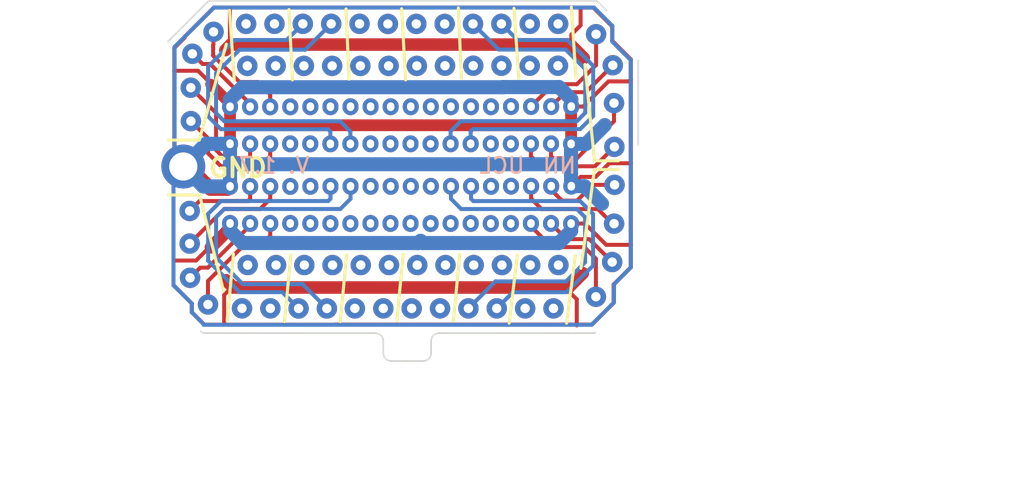
<source format=kicad_pcb>
(kicad_pcb (version 20171130) (host pcbnew "(5.1.5)-3")

  (general
    (thickness 0.8)
    (drawings 66)
    (tracks 549)
    (zones 0)
    (modules 67)
    (nets 66)
  )

  (page A4)
  (layers
    (0 F.Cu signal)
    (1 In1.Cu signal hide)
    (2 In2.Cu signal hide)
    (31 B.Cu signal)
    (32 B.Adhes user)
    (33 F.Adhes user)
    (34 B.Paste user)
    (35 F.Paste user)
    (36 B.SilkS user)
    (37 F.SilkS user hide)
    (38 B.Mask user hide)
    (39 F.Mask user hide)
    (40 Dwgs.User user hide)
    (41 Cmts.User user hide)
    (42 Eco1.User user hide)
    (43 Eco2.User user hide)
    (44 Edge.Cuts user)
    (45 Margin user hide)
    (46 B.CrtYd user hide)
    (47 F.CrtYd user hide)
    (48 B.Fab user)
    (49 F.Fab user)
  )

  (setup
    (last_trace_width 0.127)
    (user_trace_width 0.127)
    (user_trace_width 0.1495)
    (user_trace_width 0.1498)
    (user_trace_width 0.1499)
    (user_trace_width 0.15)
    (user_trace_width 0.1524)
    (user_trace_width 0.25)
    (user_trace_width 0.35)
    (user_trace_width 0.375)
    (user_trace_width 0.4)
    (user_trace_width 0.45)
    (trace_clearance 0.127)
    (zone_clearance 0.508)
    (zone_45_only no)
    (trace_min 0.127)
    (via_size 0.8)
    (via_drill 0.4)
    (via_min_size 0.4)
    (via_min_drill 0.3)
    (uvia_size 0.3)
    (uvia_drill 0.2)
    (uvias_allowed no)
    (uvia_min_size 0.2)
    (uvia_min_drill 0.127)
    (edge_width 0.05)
    (segment_width 0.2)
    (pcb_text_width 0.3)
    (pcb_text_size 1.5 1.5)
    (mod_edge_width 0.12)
    (mod_text_size 1 1)
    (mod_text_width 0.15)
    (pad_size 0.5395 0.51)
    (pad_drill 0.2795)
    (pad_to_mask_clearance 0.005)
    (solder_mask_min_width 0.005)
    (aux_axis_origin 0 0)
    (visible_elements 7FFFF7FF)
    (pcbplotparams
      (layerselection 0x010fc_ffffffff)
      (usegerberextensions false)
      (usegerberattributes false)
      (usegerberadvancedattributes false)
      (creategerberjobfile false)
      (excludeedgelayer true)
      (linewidth 0.100000)
      (plotframeref false)
      (viasonmask false)
      (mode 1)
      (useauxorigin false)
      (hpglpennumber 1)
      (hpglpenspeed 20)
      (hpglpendiameter 15.000000)
      (psnegative false)
      (psa4output false)
      (plotreference true)
      (plotvalue true)
      (plotinvisibletext false)
      (padsonsilk false)
      (subtractmaskfromsilk false)
      (outputformat 1)
      (mirror false)
      (drillshape 0)
      (scaleselection 1)
      (outputdirectory "Gerbers/"))
  )

  (net 0 "")
  (net 1 "Net-(U1-PadP$1)")
  (net 2 "Net-(U10-PadP$1)")
  (net 3 "Net-(U11-PadP$1)")
  (net 4 "Net-(U13-PadP$1)")
  (net 5 GND)
  (net 6 "Net-(U14-PadP4)")
  (net 7 "Net-(U14-PadP3)")
  (net 8 "Net-(U17-PadP3)")
  (net 9 "Net-(U14-PadP6)")
  (net 10 "Net-(U14-PadP5)")
  (net 11 "Net-(U17-PadP6)")
  (net 12 "Net-(U17-PadP5)")
  (net 13 "Net-(U14-PadP8)")
  (net 14 "Net-(U12-PadP$1)")
  (net 15 "Net-(U14-PadP17)")
  (net 16 "Net-(U14-PadP19)")
  (net 17 "Net-(U14-PadP21)")
  (net 18 "Net-(U14-PadP23)")
  (net 19 "Net-(U14-PadP25)")
  (net 20 "Net-(U14-PadP27)")
  (net 21 "Net-(U14-PadP29)")
  (net 22 "Net-(U14-PadP31)")
  (net 23 "Net-(U14-PadP33)")
  (net 24 "Net-(U14-PadP15)")
  (net 25 "Net-(U14-PadP13)")
  (net 26 "Net-(U14-PadP11)")
  (net 27 "Net-(U14-PadP9)")
  (net 28 "Net-(U14-PadP12)")
  (net 29 "Net-(U14-PadP14)")
  (net 30 "Net-(U14-PadP16)")
  (net 31 "Net-(U14-PadP18)")
  (net 32 "Net-(U14-PadP20)")
  (net 33 "Net-(U14-PadP22)")
  (net 34 "Net-(U14-PadP24)")
  (net 35 "Net-(U14-PadP26)")
  (net 36 "Net-(U14-PadP28)")
  (net 37 "Net-(U14-PadP30)")
  (net 38 "Net-(U14-PadP32)")
  (net 39 "Net-(U14-PadP34)")
  (net 40 "Net-(U16-PadP$1)")
  (net 41 "Net-(U17-PadP34)")
  (net 42 "Net-(U17-PadP32)")
  (net 43 "Net-(U17-PadP30)")
  (net 44 "Net-(U17-PadP28)")
  (net 45 "Net-(U17-PadP26)")
  (net 46 "Net-(U17-PadP24)")
  (net 47 "Net-(U17-PadP22)")
  (net 48 "Net-(U17-PadP20)")
  (net 49 "Net-(U17-PadP18)")
  (net 50 "Net-(U17-PadP16)")
  (net 51 "Net-(U17-PadP14)")
  (net 52 "Net-(U17-PadP12)")
  (net 53 "Net-(U17-PadP9)")
  (net 54 "Net-(U17-PadP11)")
  (net 55 "Net-(U17-PadP13)")
  (net 56 "Net-(U17-PadP15)")
  (net 57 "Net-(U17-PadP33)")
  (net 58 "Net-(U17-PadP31)")
  (net 59 "Net-(U17-PadP29)")
  (net 60 "Net-(U17-PadP27)")
  (net 61 "Net-(U17-PadP25)")
  (net 62 "Net-(U17-PadP23)")
  (net 63 "Net-(U17-PadP21)")
  (net 64 "Net-(U17-PadP19)")
  (net 65 "Net-(U17-PadP17)")

  (net_class Default "This is the default net class."
    (clearance 0.127)
    (trace_width 0.127)
    (via_dia 0.8)
    (via_drill 0.4)
    (uvia_dia 0.3)
    (uvia_drill 0.2)
    (add_net GND)
    (add_net "Net-(U1-PadP$1)")
    (add_net "Net-(U10-PadP$1)")
    (add_net "Net-(U11-PadP$1)")
    (add_net "Net-(U12-PadP$1)")
    (add_net "Net-(U13-PadP$1)")
    (add_net "Net-(U14-PadP11)")
    (add_net "Net-(U14-PadP12)")
    (add_net "Net-(U14-PadP13)")
    (add_net "Net-(U14-PadP14)")
    (add_net "Net-(U14-PadP15)")
    (add_net "Net-(U14-PadP16)")
    (add_net "Net-(U14-PadP17)")
    (add_net "Net-(U14-PadP18)")
    (add_net "Net-(U14-PadP19)")
    (add_net "Net-(U14-PadP20)")
    (add_net "Net-(U14-PadP21)")
    (add_net "Net-(U14-PadP22)")
    (add_net "Net-(U14-PadP23)")
    (add_net "Net-(U14-PadP24)")
    (add_net "Net-(U14-PadP25)")
    (add_net "Net-(U14-PadP26)")
    (add_net "Net-(U14-PadP27)")
    (add_net "Net-(U14-PadP28)")
    (add_net "Net-(U14-PadP29)")
    (add_net "Net-(U14-PadP3)")
    (add_net "Net-(U14-PadP30)")
    (add_net "Net-(U14-PadP31)")
    (add_net "Net-(U14-PadP32)")
    (add_net "Net-(U14-PadP33)")
    (add_net "Net-(U14-PadP34)")
    (add_net "Net-(U14-PadP4)")
    (add_net "Net-(U14-PadP5)")
    (add_net "Net-(U14-PadP6)")
    (add_net "Net-(U14-PadP8)")
    (add_net "Net-(U14-PadP9)")
    (add_net "Net-(U16-PadP$1)")
    (add_net "Net-(U17-PadP11)")
    (add_net "Net-(U17-PadP12)")
    (add_net "Net-(U17-PadP13)")
    (add_net "Net-(U17-PadP14)")
    (add_net "Net-(U17-PadP15)")
    (add_net "Net-(U17-PadP16)")
    (add_net "Net-(U17-PadP17)")
    (add_net "Net-(U17-PadP18)")
    (add_net "Net-(U17-PadP19)")
    (add_net "Net-(U17-PadP20)")
    (add_net "Net-(U17-PadP21)")
    (add_net "Net-(U17-PadP22)")
    (add_net "Net-(U17-PadP23)")
    (add_net "Net-(U17-PadP24)")
    (add_net "Net-(U17-PadP25)")
    (add_net "Net-(U17-PadP26)")
    (add_net "Net-(U17-PadP27)")
    (add_net "Net-(U17-PadP28)")
    (add_net "Net-(U17-PadP29)")
    (add_net "Net-(U17-PadP3)")
    (add_net "Net-(U17-PadP30)")
    (add_net "Net-(U17-PadP31)")
    (add_net "Net-(U17-PadP32)")
    (add_net "Net-(U17-PadP33)")
    (add_net "Net-(U17-PadP34)")
    (add_net "Net-(U17-PadP5)")
    (add_net "Net-(U17-PadP6)")
    (add_net "Net-(U17-PadP9)")
  )

  (module ucl_64ch:through_hole_for_omnetics (layer F.Cu) (tedit 5F64C2F7) (tstamp 5F5140B7)
    (at 130.94208 94.9251)
    (path /5F5B0FC4)
    (fp_text reference U14 (at -6.8072 0.2921) (layer F.SilkS) hide
      (effects (font (size 0.4826 0.4826) (thickness 0.06096)) (justify right top))
    )
    (fp_text value pads_32_omnetics (at -6.8072 -0.7239) (layer F.Fab) hide
      (effects (font (size 0.4826 0.4826) (thickness 0.06096)) (justify right top))
    )
    (pad P36 thru_hole oval (at 5.4787 -0.51562 90) (size 0.5395 0.51) (drill oval 0.2795 0.24) (layers *.Cu *.Mask)
      (net 5 GND))
    (pad P34 thru_hole oval (at 4.83862 -0.51562 90) (size 0.5395 0.51) (drill oval 0.2795 0.24) (layers *.Cu *.Mask)
      (net 39 "Net-(U14-PadP34)"))
    (pad P32 thru_hole oval (at 4.19854 -0.51562 90) (size 0.5395 0.51) (drill oval 0.2795 0.24) (layers *.Cu *.Mask)
      (net 38 "Net-(U14-PadP32)"))
    (pad P30 thru_hole oval (at 3.55854 -0.51562 90) (size 0.5395 0.51) (drill oval 0.2795 0.24) (layers *.Cu *.Mask)
      (net 37 "Net-(U14-PadP30)"))
    (pad P28 thru_hole oval (at 2.92092 -0.51054 90) (size 0.5395 0.51) (drill oval 0.2795 0.24) (layers *.Cu *.Mask)
      (net 36 "Net-(U14-PadP28)"))
    (pad P26 thru_hole oval (at 2.28338 -0.51054 90) (size 0.5395 0.51) (drill oval 0.2795 0.24) (layers *.Cu *.Mask)
      (net 35 "Net-(U14-PadP26)"))
    (pad P24 thru_hole oval (at 1.6433 -0.51054 90) (size 0.5395 0.51) (drill oval 0.2795 0.24) (layers *.Cu *.Mask)
      (net 34 "Net-(U14-PadP24)"))
    (pad P22 thru_hole oval (at 1.00322 -0.51054 90) (size 0.5395 0.51) (drill oval 0.2795 0.24) (layers *.Cu *.Mask)
      (net 33 "Net-(U14-PadP22)"))
    (pad P20 thru_hole oval (at 0.36314 -0.51054 90) (size 0.5395 0.51) (drill oval 0.2795 0.24) (layers *.Cu *.Mask)
      (net 32 "Net-(U14-PadP20)"))
    (pad P18 thru_hole oval (at -0.27694 -0.51054 90) (size 0.5395 0.51) (drill oval 0.2795 0.24) (layers *.Cu *.Mask)
      (net 31 "Net-(U14-PadP18)"))
    (pad P16 thru_hole oval (at -0.91702 -0.51054 90) (size 0.5395 0.51) (drill oval 0.2795 0.24) (layers *.Cu *.Mask)
      (net 30 "Net-(U14-PadP16)"))
    (pad P14 thru_hole oval (at -1.5571 -0.51054 90) (size 0.5395 0.51) (drill oval 0.2795 0.24) (layers *.Cu *.Mask)
      (net 29 "Net-(U14-PadP14)"))
    (pad P12 thru_hole oval (at -2.19718 -0.51054 90) (size 0.5395 0.51) (drill oval 0.2795 0.24) (layers *.Cu *.Mask)
      (net 28 "Net-(U14-PadP12)"))
    (pad P10 thru_hole oval (at -2.83726 -0.51054 90) (size 0.5395 0.51) (drill oval 0.2795 0.24) (layers *.Cu *.Mask)
      (net 4 "Net-(U13-PadP$1)"))
    (pad P8 thru_hole oval (at -3.47734 -0.508 90) (size 0.5395 0.51) (drill oval 0.2795 0.24) (layers *.Cu *.Mask)
      (net 13 "Net-(U14-PadP8)"))
    (pad P6 thru_hole oval (at -4.11742 -0.508 90) (size 0.5395 0.51) (drill oval 0.2795 0.24) (layers *.Cu *.Mask)
      (net 9 "Net-(U14-PadP6)"))
    (pad P4 thru_hole oval (at -4.7575 -0.508 90) (size 0.5395 0.51) (drill oval 0.2795 0.24) (layers *.Cu *.Mask)
      (net 6 "Net-(U14-PadP4)"))
    (pad P2 thru_hole oval (at -5.3975 -0.508 90) (size 0.5395 0.51) (drill oval 0.2795 0.24) (layers *.Cu *.Mask)
      (net 5 GND))
    (pad P1 thru_hole oval (at -5.3975 0.672 90) (size 0.5395 0.51) (drill oval 0.2795 0.24) (layers *.Cu *.Mask)
      (net 5 GND))
    (pad P3 thru_hole oval (at -4.7575 0.6731 90) (size 0.5395 0.51) (drill oval 0.2795 0.24) (layers *.Cu *.Mask)
      (net 7 "Net-(U14-PadP3)"))
    (pad P5 thru_hole oval (at -4.11742 0.6731 90) (size 0.5395 0.51) (drill oval 0.2795 0.24) (layers *.Cu *.Mask)
      (net 10 "Net-(U14-PadP5)"))
    (pad P7 thru_hole oval (at -3.47988 0.6731 90) (size 0.5395 0.51) (drill oval 0.2795 0.24) (layers *.Cu *.Mask)
      (net 2 "Net-(U10-PadP$1)"))
    (pad P9 thru_hole oval (at -2.8398 0.6731 90) (size 0.5395 0.51) (drill oval 0.2795 0.24) (layers *.Cu *.Mask)
      (net 27 "Net-(U14-PadP9)"))
    (pad P11 thru_hole oval (at -2.19972 0.67564 90) (size 0.5395 0.51) (drill oval 0.2795 0.24) (layers *.Cu *.Mask)
      (net 26 "Net-(U14-PadP11)"))
    (pad P13 thru_hole oval (at -1.56218 0.67564 90) (size 0.5395 0.51) (drill oval 0.2795 0.24) (layers *.Cu *.Mask)
      (net 25 "Net-(U14-PadP13)"))
    (pad P15 thru_hole oval (at -0.9221 0.6731 90) (size 0.5395 0.51) (drill oval 0.2795 0.24) (layers *.Cu *.Mask)
      (net 24 "Net-(U14-PadP15)"))
    (pad P35 thru_hole oval (at 5.47362 0.67564 90) (size 0.5395 0.51) (drill oval 0.2795 0.24) (layers *.Cu *.Mask)
      (net 5 GND))
    (pad P33 thru_hole oval (at 4.83354 0.6731 90) (size 0.5395 0.51) (drill oval 0.2795 0.24) (layers *.Cu *.Mask)
      (net 23 "Net-(U14-PadP33)"))
    (pad P31 thru_hole oval (at 4.19346 0.6731 90) (size 0.5395 0.51) (drill oval 0.2795 0.24) (layers *.Cu *.Mask)
      (net 22 "Net-(U14-PadP31)"))
    (pad P29 thru_hole oval (at 3.55338 0.67564 90) (size 0.5395 0.51) (drill oval 0.2795 0.24) (layers *.Cu *.Mask)
      (net 21 "Net-(U14-PadP29)"))
    (pad P27 thru_hole oval (at 2.9133 0.67564 90) (size 0.5395 0.51) (drill oval 0.2795 0.24) (layers *.Cu *.Mask)
      (net 20 "Net-(U14-PadP27)"))
    (pad P25 thru_hole oval (at 2.27322 0.6731 90) (size 0.5395 0.51) (drill oval 0.2795 0.24) (layers *.Cu *.Mask)
      (net 19 "Net-(U14-PadP25)"))
    (pad P23 thru_hole oval (at 1.63314 0.6731 90) (size 0.5395 0.51) (drill oval 0.2795 0.24) (layers *.Cu *.Mask)
      (net 18 "Net-(U14-PadP23)"))
    (pad P21 thru_hole oval (at 0.9956 0.67564 90) (size 0.5395 0.51) (drill oval 0.25 0.24) (layers *.Cu *.Mask)
      (net 17 "Net-(U14-PadP21)"))
    (pad P19 thru_hole oval (at 0.35552 0.6731 90) (size 0.5395 0.51) (drill oval 0.2795 0.24) (layers *.Cu *.Mask)
      (net 16 "Net-(U14-PadP19)"))
    (pad P17 thru_hole oval (at -0.28456 0.6731 90) (size 0.5395 0.51) (drill oval 0.2795 0.24) (layers *.Cu *.Mask)
      (net 15 "Net-(U14-PadP17)"))
  )

  (module ucl_64ch:through_hole_for_omnetics (layer F.Cu) (tedit 5F64C2F7) (tstamp 5F5140EB)
    (at 130.94114 92.38426)
    (path /5F5032BC)
    (fp_text reference U17 (at -6.8072 0.2921) (layer F.SilkS) hide
      (effects (font (size 0.4826 0.4826) (thickness 0.06096)) (justify right top))
    )
    (fp_text value pads_32_omnetics (at -6.95104 -0.67216) (layer F.Fab) hide
      (effects (font (size 0.4826 0.4826) (thickness 0.06096)) (justify right top))
    )
    (pad P36 thru_hole oval (at 5.4787 -0.51562 90) (size 0.5395 0.51) (drill oval 0.2795 0.24) (layers *.Cu *.Mask)
      (net 5 GND))
    (pad P34 thru_hole oval (at 4.83862 -0.51562 90) (size 0.5395 0.51) (drill oval 0.2795 0.24) (layers *.Cu *.Mask)
      (net 41 "Net-(U17-PadP34)"))
    (pad P32 thru_hole oval (at 4.19854 -0.51562 90) (size 0.5395 0.51) (drill oval 0.2795 0.24) (layers *.Cu *.Mask)
      (net 42 "Net-(U17-PadP32)"))
    (pad P30 thru_hole oval (at 3.55854 -0.51562 90) (size 0.5395 0.51) (drill oval 0.2795 0.24) (layers *.Cu *.Mask)
      (net 43 "Net-(U17-PadP30)"))
    (pad P28 thru_hole oval (at 2.92092 -0.51054 90) (size 0.5395 0.51) (drill oval 0.2795 0.24) (layers *.Cu *.Mask)
      (net 44 "Net-(U17-PadP28)"))
    (pad P26 thru_hole oval (at 2.28338 -0.51054 90) (size 0.5395 0.51) (drill oval 0.2795 0.24) (layers *.Cu *.Mask)
      (net 45 "Net-(U17-PadP26)"))
    (pad P24 thru_hole oval (at 1.6433 -0.51054 90) (size 0.5395 0.51) (drill oval 0.2795 0.24) (layers *.Cu *.Mask)
      (net 46 "Net-(U17-PadP24)"))
    (pad P22 thru_hole oval (at 1.00322 -0.51054 90) (size 0.5395 0.51) (drill oval 0.2795 0.24) (layers *.Cu *.Mask)
      (net 47 "Net-(U17-PadP22)"))
    (pad P20 thru_hole oval (at 0.36314 -0.51054 90) (size 0.5395 0.51) (drill oval 0.2795 0.24) (layers *.Cu *.Mask)
      (net 48 "Net-(U17-PadP20)"))
    (pad P18 thru_hole oval (at -0.27694 -0.51054 90) (size 0.5395 0.51) (drill oval 0.2795 0.24) (layers *.Cu *.Mask)
      (net 49 "Net-(U17-PadP18)"))
    (pad P16 thru_hole oval (at -0.91702 -0.51054 90) (size 0.5395 0.51) (drill oval 0.2795 0.24) (layers *.Cu *.Mask)
      (net 50 "Net-(U17-PadP16)"))
    (pad P14 thru_hole oval (at -1.5571 -0.51054 90) (size 0.5395 0.51) (drill oval 0.2795 0.24) (layers *.Cu *.Mask)
      (net 51 "Net-(U17-PadP14)"))
    (pad P12 thru_hole oval (at -2.19718 -0.51054 90) (size 0.5395 0.51) (drill oval 0.2795 0.24) (layers *.Cu *.Mask)
      (net 52 "Net-(U17-PadP12)"))
    (pad P10 thru_hole oval (at -2.83726 -0.51054 90) (size 0.5395 0.51) (drill oval 0.2795 0.24) (layers *.Cu *.Mask)
      (net 40 "Net-(U16-PadP$1)"))
    (pad P8 thru_hole oval (at -3.47734 -0.508 90) (size 0.5395 0.51) (drill oval 0.2795 0.24) (layers *.Cu *.Mask)
      (net 3 "Net-(U11-PadP$1)"))
    (pad P6 thru_hole oval (at -4.11742 -0.508 90) (size 0.5395 0.51) (drill oval 0.2795 0.24) (layers *.Cu *.Mask)
      (net 11 "Net-(U17-PadP6)"))
    (pad P4 thru_hole oval (at -4.7575 -0.508 90) (size 0.5395 0.51) (drill oval 0.2795 0.24) (layers *.Cu *.Mask)
      (net 1 "Net-(U1-PadP$1)"))
    (pad P2 thru_hole oval (at -5.3975 -0.508 90) (size 0.5395 0.51) (drill oval 0.2795 0.24) (layers *.Cu *.Mask)
      (net 5 GND))
    (pad P1 thru_hole oval (at -5.3975 0.672 90) (size 0.5395 0.51) (drill oval 0.2795 0.24) (layers *.Cu *.Mask)
      (net 5 GND))
    (pad P3 thru_hole oval (at -4.7575 0.6731 90) (size 0.5395 0.51) (drill oval 0.2795 0.24) (layers *.Cu *.Mask)
      (net 8 "Net-(U17-PadP3)"))
    (pad P5 thru_hole oval (at -4.11742 0.6731 90) (size 0.5395 0.51) (drill oval 0.2795 0.24) (layers *.Cu *.Mask)
      (net 12 "Net-(U17-PadP5)"))
    (pad P7 thru_hole oval (at -3.47988 0.6731 90) (size 0.5395 0.51) (drill oval 0.2795 0.24) (layers *.Cu *.Mask)
      (net 14 "Net-(U12-PadP$1)"))
    (pad P9 thru_hole oval (at -2.8398 0.6731 90) (size 0.5395 0.51) (drill oval 0.2795 0.24) (layers *.Cu *.Mask)
      (net 53 "Net-(U17-PadP9)"))
    (pad P11 thru_hole oval (at -2.19972 0.67564 90) (size 0.5395 0.51) (drill oval 0.2795 0.24) (layers *.Cu *.Mask)
      (net 54 "Net-(U17-PadP11)"))
    (pad P13 thru_hole oval (at -1.56218 0.67564 90) (size 0.5395 0.51) (drill oval 0.2795 0.24) (layers *.Cu *.Mask)
      (net 55 "Net-(U17-PadP13)"))
    (pad P15 thru_hole oval (at -0.9221 0.6731 90) (size 0.5395 0.51) (drill oval 0.2795 0.24) (layers *.Cu *.Mask)
      (net 56 "Net-(U17-PadP15)"))
    (pad P35 thru_hole oval (at 5.47362 0.67564 90) (size 0.5395 0.51) (drill oval 0.2795 0.24) (layers *.Cu *.Mask)
      (net 5 GND))
    (pad P33 thru_hole oval (at 4.83354 0.6731 90) (size 0.5395 0.51) (drill oval 0.2795 0.24) (layers *.Cu *.Mask)
      (net 57 "Net-(U17-PadP33)"))
    (pad P31 thru_hole oval (at 4.19346 0.6731 90) (size 0.5395 0.51) (drill oval 0.2795 0.24) (layers *.Cu *.Mask)
      (net 58 "Net-(U17-PadP31)"))
    (pad P29 thru_hole oval (at 3.55338 0.67564 90) (size 0.5395 0.51) (drill oval 0.2795 0.24) (layers *.Cu *.Mask)
      (net 59 "Net-(U17-PadP29)"))
    (pad P27 thru_hole oval (at 2.9133 0.67564 90) (size 0.5395 0.51) (drill oval 0.2795 0.24) (layers *.Cu *.Mask)
      (net 60 "Net-(U17-PadP27)"))
    (pad P25 thru_hole oval (at 2.27322 0.6731 90) (size 0.5395 0.51) (drill oval 0.2795 0.24) (layers *.Cu *.Mask)
      (net 61 "Net-(U17-PadP25)"))
    (pad P23 thru_hole oval (at 1.63314 0.6731 90) (size 0.5395 0.51) (drill oval 0.2795 0.24) (layers *.Cu *.Mask)
      (net 62 "Net-(U17-PadP23)"))
    (pad P21 thru_hole oval (at 0.9956 0.67564 90) (size 0.5395 0.51) (drill oval 0.25 0.24) (layers *.Cu *.Mask)
      (net 63 "Net-(U17-PadP21)"))
    (pad P19 thru_hole oval (at 0.35552 0.6731 90) (size 0.5395 0.51) (drill oval 0.2795 0.24) (layers *.Cu *.Mask)
      (net 64 "Net-(U17-PadP19)"))
    (pad P17 thru_hole oval (at -0.28456 0.6731 90) (size 0.5395 0.51) (drill oval 0.2795 0.24) (layers *.Cu *.Mask)
      (net 65 "Net-(U17-PadP17)"))
  )

  (module ucl_64ch:pin_for_neuralynx (layer F.Cu) (tedit 5F58EA2E) (tstamp 5F514047)
    (at 124.34316 90.18524)
    (path /5F465811)
    (fp_text reference U1 (at 0.508 -0.508) (layer F.SilkS) hide
      (effects (font (size 0.228 0.228) (thickness 0.0192)) (justify left bottom))
    )
    (fp_text value small_hole_neuralynx (at 0 0) (layer F.SilkS) hide
      (effects (font (size 1.27 1.27) (thickness 0.15)))
    )
    (fp_text user "Inner: 0.30mm\nOuter: 0.60mm\n0.30mm(drill)+0.1mm(plating)+\n+0.2mm(OAR class 8) " (at -5.842 5.842) (layer Dwgs.User)
      (effects (font (size 0.77216 0.77216) (thickness 0.065024)) (justify left bottom))
    )
    (pad P$1 thru_hole circle (at 0 0) (size 0.65 0.65) (drill 0.3) (layers *.Cu *.Mask)
      (net 1 "Net-(U1-PadP$1)"))
  )

  (module ucl_64ch:pin_for_neuralynx (layer F.Cu) (tedit 5F58E978) (tstamp 5F514181)
    (at 132.3848 89.23274)
    (path /5F56B21D)
    (fp_text reference U42 (at 0.508 -0.508) (layer F.SilkS) hide
      (effects (font (size 0.228 0.228) (thickness 0.0192)) (justify left bottom))
    )
    (fp_text value small_hole_neuralynx (at 0 0) (layer F.SilkS) hide
      (effects (font (size 1.27 1.27) (thickness 0.15)))
    )
    (fp_text user "Inner: 0.30mm\nOuter: 0.60mm\n0.30mm(drill)+0.1mm(plating)+\n+0.2mm(OAR class 8) " (at -5.842 5.842) (layer Dwgs.User)
      (effects (font (size 0.77216 0.77216) (thickness 0.065024)) (justify left bottom))
    )
    (pad P$1 thru_hole circle (at 0 0) (size 0.65 0.65) (drill 0.3) (layers *.Cu *.Mask)
      (net 63 "Net-(U17-PadP21)"))
  )

  (module ucl_64ch:pin_for_neuralynx (layer F.Cu) (tedit 5F58E96F) (tstamp 5F514151)
    (at 130.57632 89.23274)
    (path /5F56B22B)
    (fp_text reference U34 (at 0.508 -0.508) (layer F.SilkS) hide
      (effects (font (size 0.228 0.228) (thickness 0.0192)) (justify left bottom))
    )
    (fp_text value small_hole_neuralynx (at 0 0) (layer F.SilkS) hide
      (effects (font (size 1.27 1.27) (thickness 0.15)))
    )
    (fp_text user "Inner: 0.30mm\nOuter: 0.60mm\n0.30mm(drill)+0.1mm(plating)+\n+0.2mm(OAR class 8) " (at -5.842 5.842) (layer Dwgs.User)
      (effects (font (size 0.77216 0.77216) (thickness 0.065024)) (justify left bottom))
    )
    (pad P$1 thru_hole circle (at 0 0) (size 0.65 0.65) (drill 0.3) (layers *.Cu *.Mask)
      (net 65 "Net-(U17-PadP17)"))
  )

  (module ucl_64ch:pin_for_neuralynx (layer F.Cu) (tedit 5F58E982) (tstamp 5F5141B1)
    (at 134.1928 89.2302)
    (path /5F56B20F)
    (fp_text reference U50 (at 0.508 -0.508) (layer F.SilkS) hide
      (effects (font (size 0.228 0.228) (thickness 0.0192)) (justify left bottom))
    )
    (fp_text value small_hole_neuralynx (at 0 0) (layer F.SilkS) hide
      (effects (font (size 1.27 1.27) (thickness 0.15)))
    )
    (fp_text user "Inner: 0.30mm\nOuter: 0.60mm\n0.30mm(drill)+0.1mm(plating)+\n+0.2mm(OAR class 8) " (at -5.842 5.842) (layer Dwgs.User)
      (effects (font (size 0.77216 0.77216) (thickness 0.065024)) (justify left bottom))
    )
    (pad P$1 thru_hole circle (at 0 0) (size 0.65 0.65) (drill 0.3) (layers *.Cu *.Mask)
      (net 61 "Net-(U17-PadP25)"))
  )

  (module ucl_64ch:pin_for_neuralynx (layer F.Cu) (tedit 5F58E99A) (tstamp 5F5141F3)
    (at 137.2108 89.5604)
    (path /5F551990)
    (fp_text reference U61 (at 0.508 -0.508) (layer F.SilkS) hide
      (effects (font (size 0.228 0.228) (thickness 0.0192)) (justify left bottom))
    )
    (fp_text value small_hole_neuralynx (at 0 0) (layer F.SilkS) hide
      (effects (font (size 1.27 1.27) (thickness 0.15)))
    )
    (fp_text user "Inner: 0.30mm\nOuter: 0.60mm\n0.30mm(drill)+0.1mm(plating)+\n+0.2mm(OAR class 8) " (at -5.842 5.842) (layer Dwgs.User)
      (effects (font (size 0.77216 0.77216) (thickness 0.065024)) (justify left bottom))
    )
    (pad P$1 thru_hole circle (at 0 0) (size 0.65 0.65) (drill 0.3) (layers *.Cu *.Mask)
      (net 42 "Net-(U17-PadP32)"))
  )

  (module ucl_64ch:pin_for_neuralynx (layer F.Cu) (tedit 5F58E97D) (tstamp 5F514169)
    (at 131.48056 89.2312)
    (path /5F56B224)
    (fp_text reference U38 (at 0.508 -0.508) (layer F.SilkS) hide
      (effects (font (size 0.228 0.228) (thickness 0.0192)) (justify left bottom))
    )
    (fp_text value small_hole_neuralynx (at 0 0) (layer F.SilkS) hide
      (effects (font (size 1.27 1.27) (thickness 0.15)))
    )
    (fp_text user "Inner: 0.30mm\nOuter: 0.60mm\n0.30mm(drill)+0.1mm(plating)+\n+0.2mm(OAR class 8) " (at -5.842 5.842) (layer Dwgs.User)
      (effects (font (size 0.77216 0.77216) (thickness 0.065024)) (justify left bottom))
    )
    (pad P$1 thru_hole circle (at 0 0) (size 0.65 0.65) (drill 0.3) (layers *.Cu *.Mask)
      (net 64 "Net-(U17-PadP19)"))
  )

  (module ucl_64ch:pin_for_neuralynx (layer F.Cu) (tedit 5F58E98F) (tstamp 5F5141C9)
    (at 135.09728 89.2302)
    (path /5F56B208)
    (fp_text reference U54 (at 0.508 -0.508) (layer F.SilkS) hide
      (effects (font (size 0.228 0.228) (thickness 0.0192)) (justify left bottom))
    )
    (fp_text value small_hole_neuralynx (at 0 0) (layer F.SilkS) hide
      (effects (font (size 1.27 1.27) (thickness 0.15)))
    )
    (fp_text user "Inner: 0.30mm\nOuter: 0.60mm\n0.30mm(drill)+0.1mm(plating)+\n+0.2mm(OAR class 8) " (at -5.842 5.842) (layer Dwgs.User)
      (effects (font (size 0.77216 0.77216) (thickness 0.065024)) (justify left bottom))
    )
    (pad P$1 thru_hole circle (at 0 0) (size 0.65 0.65) (drill 0.3) (layers *.Cu *.Mask)
      (net 60 "Net-(U17-PadP27)"))
  )

  (module ucl_64ch:pin_for_neuralynx (layer F.Cu) (tedit 5F58E98A) (tstamp 5F5141E1)
    (at 136.00128 89.2302)
    (path /5F56B201)
    (fp_text reference U58 (at 0.508 -0.508) (layer F.SilkS) hide
      (effects (font (size 0.228 0.228) (thickness 0.0192)) (justify left bottom))
    )
    (fp_text value small_hole_neuralynx (at 0 0) (layer F.SilkS) hide
      (effects (font (size 1.27 1.27) (thickness 0.15)))
    )
    (fp_text user "Inner: 0.30mm\nOuter: 0.60mm\n0.30mm(drill)+0.1mm(plating)+\n+0.2mm(OAR class 8) " (at -5.842 5.842) (layer Dwgs.User)
      (effects (font (size 0.77216 0.77216) (thickness 0.065024)) (justify left bottom))
    )
    (pad P$1 thru_hole circle (at 0 0) (size 0.65 0.65) (drill 0.3) (layers *.Cu *.Mask)
      (net 59 "Net-(U17-PadP29)"))
  )

  (module ucl_64ch:pin_for_neuralynx (layer F.Cu) (tedit 5F58E986) (tstamp 5F514199)
    (at 133.2888 89.2302)
    (path /5F56B216)
    (fp_text reference U46 (at 0.508 -0.508) (layer F.SilkS) hide
      (effects (font (size 0.228 0.228) (thickness 0.0192)) (justify left bottom))
    )
    (fp_text value small_hole_neuralynx (at 0 0) (layer F.SilkS) hide
      (effects (font (size 1.27 1.27) (thickness 0.15)))
    )
    (fp_text user "Inner: 0.30mm\nOuter: 0.60mm\n0.30mm(drill)+0.1mm(plating)+\n+0.2mm(OAR class 8) " (at -5.842 5.842) (layer Dwgs.User)
      (effects (font (size 0.77216 0.77216) (thickness 0.065024)) (justify left bottom))
    )
    (pad P$1 thru_hole circle (at 0 0) (size 0.65 0.65) (drill 0.3) (layers *.Cu *.Mask)
      (net 62 "Net-(U17-PadP23)"))
  )

  (module ucl_64ch:pin_for_neuralynx (layer F.Cu) (tedit 5F58E99F) (tstamp 5F514217)
    (at 137.7823 91.7575)
    (path /5F56B1F3)
    (fp_text reference U67 (at 0.508 -0.508) (layer F.SilkS) hide
      (effects (font (size 0.228 0.228) (thickness 0.0192)) (justify left bottom))
    )
    (fp_text value small_hole_neuralynx (at 0 0) (layer F.SilkS) hide
      (effects (font (size 1.27 1.27) (thickness 0.15)))
    )
    (fp_text user "Inner: 0.30mm\nOuter: 0.60mm\n0.30mm(drill)+0.1mm(plating)+\n+0.2mm(OAR class 8) " (at -5.842 5.842) (layer Dwgs.User)
      (effects (font (size 0.77216 0.77216) (thickness 0.065024)) (justify left bottom))
    )
    (pad P$1 thru_hole circle (at 0 0) (size 0.65 0.65) (drill 0.3) (layers *.Cu *.Mask)
      (net 57 "Net-(U17-PadP33)"))
  )

  (module ucl_64ch:pin_for_neuralynx (layer F.Cu) (tedit 5F58EA6D) (tstamp 5F5141DB)
    (at 135.9958 90.5664)
    (path /5F551989)
    (fp_text reference U57 (at 0.508 -0.508) (layer F.SilkS) hide
      (effects (font (size 0.228 0.228) (thickness 0.0192)) (justify left bottom))
    )
    (fp_text value small_hole_neuralynx (at 0 0) (layer F.SilkS) hide
      (effects (font (size 1.27 1.27) (thickness 0.15)))
    )
    (fp_text user "Inner: 0.30mm\nOuter: 0.60mm\n0.30mm(drill)+0.1mm(plating)+\n+0.2mm(OAR class 8) " (at -5.842 5.842) (layer Dwgs.User)
      (effects (font (size 0.77216 0.77216) (thickness 0.065024)) (justify left bottom))
    )
    (pad P$1 thru_hole circle (at 0 0) (size 0.65 0.65) (drill 0.3) (layers *.Cu *.Mask)
      (net 43 "Net-(U17-PadP30)"))
  )

  (module ucl_64ch:pin_for_neuralynx (layer F.Cu) (tedit 5F58EA5D) (tstamp 5F51417B)
    (at 132.3958 90.5664)
    (path /5F54DCD6)
    (fp_text reference U41 (at 0.508 -0.508) (layer F.SilkS) hide
      (effects (font (size 0.228 0.228) (thickness 0.0192)) (justify left bottom))
    )
    (fp_text value small_hole_neuralynx (at 0 0) (layer F.SilkS) hide
      (effects (font (size 1.27 1.27) (thickness 0.15)))
    )
    (fp_text user "Inner: 0.30mm\nOuter: 0.60mm\n0.30mm(drill)+0.1mm(plating)+\n+0.2mm(OAR class 8) " (at -5.842 5.842) (layer Dwgs.User)
      (effects (font (size 0.77216 0.77216) (thickness 0.065024)) (justify left bottom))
    )
    (pad P$1 thru_hole circle (at 0 0) (size 0.65 0.65) (drill 0.3) (layers *.Cu *.Mask)
      (net 47 "Net-(U17-PadP22)"))
  )

  (module ucl_64ch:pin_for_neuralynx (layer F.Cu) (tedit 5F58EA60) (tstamp 5F514193)
    (at 133.2958 90.5664)
    (path /5F54DCDD)
    (fp_text reference U45 (at 0.508 -0.508) (layer F.SilkS) hide
      (effects (font (size 0.228 0.228) (thickness 0.0192)) (justify left bottom))
    )
    (fp_text value small_hole_neuralynx (at 0 0) (layer F.SilkS) hide
      (effects (font (size 1.27 1.27) (thickness 0.15)))
    )
    (fp_text user "Inner: 0.30mm\nOuter: 0.60mm\n0.30mm(drill)+0.1mm(plating)+\n+0.2mm(OAR class 8) " (at -5.842 5.842) (layer Dwgs.User)
      (effects (font (size 0.77216 0.77216) (thickness 0.065024)) (justify left bottom))
    )
    (pad P$1 thru_hole circle (at 0 0) (size 0.65 0.65) (drill 0.3) (layers *.Cu *.Mask)
      (net 46 "Net-(U17-PadP24)"))
  )

  (module ucl_64ch:pin_for_neuralynx (layer F.Cu) (tedit 5F58EA58) (tstamp 5F514163)
    (at 131.4983 90.5711)
    (path /5F5495A1)
    (fp_text reference U37 (at 0.508 -0.508) (layer F.SilkS) hide
      (effects (font (size 0.228 0.228) (thickness 0.0192)) (justify left bottom))
    )
    (fp_text value small_hole_neuralynx (at 0 0) (layer F.SilkS) hide
      (effects (font (size 1.27 1.27) (thickness 0.15)))
    )
    (fp_text user "Inner: 0.30mm\nOuter: 0.60mm\n0.30mm(drill)+0.1mm(plating)+\n+0.2mm(OAR class 8) " (at -5.842 5.842) (layer Dwgs.User)
      (effects (font (size 0.77216 0.77216) (thickness 0.065024)) (justify left bottom))
    )
    (pad P$1 thru_hole circle (at 0 0) (size 0.65 0.65) (drill 0.3) (layers *.Cu *.Mask)
      (net 48 "Net-(U17-PadP20)"))
  )

  (module ucl_64ch:pin_for_neuralynx (layer F.Cu) (tedit 5F58EA54) (tstamp 5F51414B)
    (at 130.5983 90.5711)
    (path /5F54959A)
    (fp_text reference U33 (at 0.508 -0.508) (layer F.SilkS) hide
      (effects (font (size 0.228 0.228) (thickness 0.0192)) (justify left bottom))
    )
    (fp_text value small_hole_neuralynx (at 0 0) (layer F.SilkS) hide
      (effects (font (size 1.27 1.27) (thickness 0.15)))
    )
    (fp_text user "Inner: 0.30mm\nOuter: 0.60mm\n0.30mm(drill)+0.1mm(plating)+\n+0.2mm(OAR class 8) " (at -5.842 5.842) (layer Dwgs.User)
      (effects (font (size 0.77216 0.77216) (thickness 0.065024)) (justify left bottom))
    )
    (pad P$1 thru_hole circle (at 0 0) (size 0.65 0.65) (drill 0.3) (layers *.Cu *.Mask)
      (net 49 "Net-(U17-PadP18)"))
  )

  (module ucl_64ch:pin_for_neuralynx (layer F.Cu) (tedit 5F58EA65) (tstamp 5F5141AB)
    (at 134.1958 90.5664)
    (path /5F54DCE4)
    (fp_text reference U49 (at 0.508 -0.508) (layer F.SilkS) hide
      (effects (font (size 0.228 0.228) (thickness 0.0192)) (justify left bottom))
    )
    (fp_text value small_hole_neuralynx (at 0 0) (layer F.SilkS) hide
      (effects (font (size 1.27 1.27) (thickness 0.15)))
    )
    (fp_text user "Inner: 0.30mm\nOuter: 0.60mm\n0.30mm(drill)+0.1mm(plating)+\n+0.2mm(OAR class 8) " (at -5.842 5.842) (layer Dwgs.User)
      (effects (font (size 0.77216 0.77216) (thickness 0.065024)) (justify left bottom))
    )
    (pad P$1 thru_hole circle (at 0 0) (size 0.65 0.65) (drill 0.3) (layers *.Cu *.Mask)
      (net 45 "Net-(U17-PadP26)"))
  )

  (module ucl_64ch:pin_for_neuralynx (layer F.Cu) (tedit 5F58EA69) (tstamp 5F5141C3)
    (at 135.0958 90.5664)
    (path /5F551982)
    (fp_text reference U53 (at 0.508 -0.508) (layer F.SilkS) hide
      (effects (font (size 0.228 0.228) (thickness 0.0192)) (justify left bottom))
    )
    (fp_text value small_hole_neuralynx (at 0 0) (layer F.SilkS) hide
      (effects (font (size 1.27 1.27) (thickness 0.15)))
    )
    (fp_text user "Inner: 0.30mm\nOuter: 0.60mm\n0.30mm(drill)+0.1mm(plating)+\n+0.2mm(OAR class 8) " (at -5.842 5.842) (layer Dwgs.User)
      (effects (font (size 0.77216 0.77216) (thickness 0.065024)) (justify left bottom))
    )
    (pad P$1 thru_hole circle (at 0 0) (size 0.65 0.65) (drill 0.3) (layers *.Cu *.Mask)
      (net 44 "Net-(U17-PadP28)"))
  )

  (module ucl_64ch:pin_for_neuralynx (layer F.Cu) (tedit 5F58E9A5) (tstamp 5F5141F9)
    (at 137.795 93.1545)
    (path /5F56B1FA)
    (fp_text reference U62 (at 0.508 -0.508) (layer F.SilkS) hide
      (effects (font (size 0.228 0.228) (thickness 0.0192)) (justify left bottom))
    )
    (fp_text value small_hole_neuralynx (at 0 0) (layer F.SilkS) hide
      (effects (font (size 1.27 1.27) (thickness 0.15)))
    )
    (fp_text user "Inner: 0.30mm\nOuter: 0.60mm\n0.30mm(drill)+0.1mm(plating)+\n+0.2mm(OAR class 8) " (at -5.842 5.842) (layer Dwgs.User)
      (effects (font (size 0.77216 0.77216) (thickness 0.065024)) (justify left bottom))
    )
    (pad P$1 thru_hole circle (at 0 0) (size 0.65 0.65) (drill 0.3) (layers *.Cu *.Mask)
      (net 58 "Net-(U17-PadP31)"))
  )

  (module ucl_64ch:pin_for_neuralynx (layer F.Cu) (tedit 5F58EA12) (tstamp 5F51404D)
    (at 124.2568 95.1992)
    (path /5F5B0FCA)
    (fp_text reference U2 (at 0.508 -0.508) (layer F.SilkS) hide
      (effects (font (size 0.228 0.228) (thickness 0.0192)) (justify left bottom))
    )
    (fp_text value small_hole_neuralynx (at 0 0) (layer F.SilkS) hide
      (effects (font (size 1.27 1.27) (thickness 0.15)))
    )
    (fp_text user "Inner: 0.30mm\nOuter: 0.60mm\n0.30mm(drill)+0.1mm(plating)+\n+0.2mm(OAR class 8) " (at -5.842 5.842) (layer Dwgs.User)
      (effects (font (size 0.77216 0.77216) (thickness 0.065024)) (justify left bottom))
    )
    (pad P$1 thru_hole circle (at 0 0) (size 0.65 0.65) (drill 0.3) (layers *.Cu *.Mask)
      (net 6 "Net-(U14-PadP4)"))
  )

  (module ucl_64ch:pin_for_neuralynx (layer F.Cu) (tedit 5F58EA04) (tstamp 5F514053)
    (at 124.2695 97.3328)
    (path /5F5B0EDD)
    (fp_text reference U3 (at 0.508 -0.508) (layer F.SilkS) hide
      (effects (font (size 0.228 0.228) (thickness 0.0192)) (justify left bottom))
    )
    (fp_text value small_hole_neuralynx (at 0 0) (layer F.SilkS) hide
      (effects (font (size 1.27 1.27) (thickness 0.15)))
    )
    (fp_text user "Inner: 0.30mm\nOuter: 0.60mm\n0.30mm(drill)+0.1mm(plating)+\n+0.2mm(OAR class 8) " (at -5.842 5.842) (layer Dwgs.User)
      (effects (font (size 0.77216 0.77216) (thickness 0.065024)) (justify left bottom))
    )
    (pad P$1 thru_hole circle (at 0 0) (size 0.65 0.65) (drill 0.3) (layers *.Cu *.Mask)
      (net 7 "Net-(U14-PadP3)"))
  )

  (module ucl_64ch:pin_for_neuralynx (layer F.Cu) (tedit 5F58EA24) (tstamp 5F514059)
    (at 124.29236 91.26728)
    (path /5F56B25C)
    (fp_text reference U4 (at 0.508 -0.508) (layer F.SilkS) hide
      (effects (font (size 0.228 0.228) (thickness 0.0192)) (justify left bottom))
    )
    (fp_text value small_hole_neuralynx (at 0 0) (layer F.SilkS) hide
      (effects (font (size 1.27 1.27) (thickness 0.15)))
    )
    (fp_text user "Inner: 0.30mm\nOuter: 0.60mm\n0.30mm(drill)+0.1mm(plating)+\n+0.2mm(OAR class 8) " (at -5.842 5.842) (layer Dwgs.User)
      (effects (font (size 0.77216 0.77216) (thickness 0.065024)) (justify left bottom))
    )
    (pad P$1 thru_hole circle (at 0 0) (size 0.65 0.65) (drill 0.3) (layers *.Cu *.Mask)
      (net 8 "Net-(U17-PadP3)"))
  )

  (module ucl_64ch:pin_for_neuralynx (layer F.Cu) (tedit 5F58EA09) (tstamp 5F51405F)
    (at 124.2568 96.2406)
    (path /5F5B0FBD)
    (fp_text reference U5 (at 0.508 -0.508) (layer F.SilkS) hide
      (effects (font (size 0.228 0.228) (thickness 0.0192)) (justify left bottom))
    )
    (fp_text value small_hole_neuralynx (at 0 0) (layer F.SilkS) hide
      (effects (font (size 1.27 1.27) (thickness 0.15)))
    )
    (fp_text user "Inner: 0.30mm\nOuter: 0.60mm\n0.30mm(drill)+0.1mm(plating)+\n+0.2mm(OAR class 8) " (at -5.842 5.842) (layer Dwgs.User)
      (effects (font (size 0.77216 0.77216) (thickness 0.065024)) (justify left bottom))
    )
    (pad P$1 thru_hole circle (at 0 0) (size 0.65 0.65) (drill 0.3) (layers *.Cu *.Mask)
      (net 9 "Net-(U14-PadP6)"))
  )

  (module ucl_64ch:pin_for_neuralynx (layer F.Cu) (tedit 5F58EA00) (tstamp 5F514065)
    (at 124.841 98.1837)
    (path /5F5B0EE4)
    (fp_text reference U6 (at 0.508 -0.508) (layer F.SilkS) hide
      (effects (font (size 0.228 0.228) (thickness 0.0192)) (justify left bottom))
    )
    (fp_text value small_hole_neuralynx (at 0 0) (layer F.SilkS) hide
      (effects (font (size 1.27 1.27) (thickness 0.15)))
    )
    (fp_text user "Inner: 0.30mm\nOuter: 0.60mm\n0.30mm(drill)+0.1mm(plating)+\n+0.2mm(OAR class 8) " (at -5.842 5.842) (layer Dwgs.User)
      (effects (font (size 0.77216 0.77216) (thickness 0.065024)) (justify left bottom))
    )
    (pad P$1 thru_hole circle (at 0 0) (size 0.65 0.65) (drill 0.3) (layers *.Cu *.Mask)
      (net 10 "Net-(U14-PadP5)"))
  )

  (module ucl_64ch:pin_for_neuralynx (layer F.Cu) (tedit 5F58EA33) (tstamp 5F51406B)
    (at 125.0188 89.4842)
    (path /5F53D749)
    (fp_text reference U7 (at 0.508 -0.508) (layer F.SilkS) hide
      (effects (font (size 0.228 0.228) (thickness 0.0192)) (justify left bottom))
    )
    (fp_text value small_hole_neuralynx (at 0 0) (layer F.SilkS) hide
      (effects (font (size 1.27 1.27) (thickness 0.15)))
    )
    (fp_text user "Inner: 0.30mm\nOuter: 0.60mm\n0.30mm(drill)+0.1mm(plating)+\n+0.2mm(OAR class 8) " (at -5.842 5.842) (layer Dwgs.User)
      (effects (font (size 0.77216 0.77216) (thickness 0.065024)) (justify left bottom))
    )
    (pad P$1 thru_hole circle (at 0 0) (size 0.65 0.65) (drill 0.3) (layers *.Cu *.Mask)
      (net 11 "Net-(U17-PadP6)"))
  )

  (module ucl_64ch:pin_for_neuralynx (layer F.Cu) (tedit 5F58EA29) (tstamp 5F514071)
    (at 124.29744 92.33408)
    (path /5F56B255)
    (fp_text reference U8 (at 0.508 -0.508) (layer F.SilkS) hide
      (effects (font (size 0.228 0.228) (thickness 0.0192)) (justify left bottom))
    )
    (fp_text value small_hole_neuralynx (at 0 0) (layer F.SilkS) hide
      (effects (font (size 1.27 1.27) (thickness 0.15)))
    )
    (fp_text user "Inner: 0.30mm\nOuter: 0.60mm\n0.30mm(drill)+0.1mm(plating)+\n+0.2mm(OAR class 8) " (at -5.842 5.842) (layer Dwgs.User)
      (effects (font (size 0.77216 0.77216) (thickness 0.065024)) (justify left bottom))
    )
    (pad P$1 thru_hole circle (at 0 0) (size 0.65 0.65) (drill 0.3) (layers *.Cu *.Mask)
      (net 12 "Net-(U17-PadP5)"))
  )

  (module ucl_64ch:pin_for_neuralynx (layer F.Cu) (tedit 5F58E9F7) (tstamp 5F514077)
    (at 125.9252 98.30672)
    (path /5F5B0FB6)
    (fp_text reference U9 (at 0.508 -0.508) (layer F.SilkS) hide
      (effects (font (size 0.228 0.228) (thickness 0.0192)) (justify left bottom))
    )
    (fp_text value small_hole_neuralynx (at 0 0) (layer F.SilkS) hide
      (effects (font (size 1.27 1.27) (thickness 0.15)))
    )
    (fp_text user "Inner: 0.30mm\nOuter: 0.60mm\n0.30mm(drill)+0.1mm(plating)+\n+0.2mm(OAR class 8) " (at -5.842 5.842) (layer Dwgs.User)
      (effects (font (size 0.77216 0.77216) (thickness 0.065024)) (justify left bottom))
    )
    (pad P$1 thru_hole circle (at 0 0) (size 0.65 0.65) (drill 0.3) (layers *.Cu *.Mask)
      (net 13 "Net-(U14-PadP8)"))
  )

  (module ucl_64ch:pin_for_neuralynx (layer F.Cu) (tedit 5F58EAA3) (tstamp 5F51407D)
    (at 126.10616 96.9264)
    (path /5F5B0EEB)
    (fp_text reference U10 (at 0.508 -0.508) (layer F.SilkS) hide
      (effects (font (size 0.228 0.228) (thickness 0.0192)) (justify left bottom))
    )
    (fp_text value small_hole_neuralynx (at 0 0) (layer F.SilkS) hide
      (effects (font (size 1.27 1.27) (thickness 0.15)))
    )
    (fp_text user "Inner: 0.30mm\nOuter: 0.60mm\n0.30mm(drill)+0.1mm(plating)+\n+0.2mm(OAR class 8) " (at -5.842 5.842) (layer Dwgs.User)
      (effects (font (size 0.77216 0.77216) (thickness 0.065024)) (justify left bottom))
    )
    (pad P$1 thru_hole circle (at 0 0) (size 0.65 0.65) (drill 0.3) (layers *.Cu *.Mask)
      (net 2 "Net-(U10-PadP$1)"))
  )

  (module ucl_64ch:pin_for_neuralynx (layer F.Cu) (tedit 5F58FC51) (tstamp 5F514083)
    (at 126.0943 90.5711)
    (path /5F54089C)
    (fp_text reference U11 (at 0.508 -0.508) (layer F.SilkS) hide
      (effects (font (size 0.228 0.228) (thickness 0.0192)) (justify left bottom))
    )
    (fp_text value small_hole_neuralynx (at 0 0) (layer F.SilkS) hide
      (effects (font (size 1.27 1.27) (thickness 0.15)))
    )
    (fp_text user "Inner: 0.30mm\nOuter: 0.60mm\n0.30mm(drill)+0.1mm(plating)+\n+0.2mm(OAR class 8) " (at -5.842 5.842) (layer Dwgs.User)
      (effects (font (size 0.77216 0.77216) (thickness 0.065024)) (justify left bottom))
    )
    (pad P$1 thru_hole circle (at 0 0) (size 0.65 0.65) (drill 0.3) (layers *.Cu *.Mask)
      (net 3 "Net-(U11-PadP$1)"))
  )

  (module ucl_64ch:pin_for_neuralynx (layer F.Cu) (tedit 5F58E90C) (tstamp 5F514089)
    (at 126.0556 89.2315)
    (path /5F56B24E)
    (fp_text reference U12 (at 0.508 -0.508) (layer F.SilkS) hide
      (effects (font (size 0.228 0.228) (thickness 0.0192)) (justify left bottom))
    )
    (fp_text value small_hole_neuralynx (at 0 0) (layer F.SilkS) hide
      (effects (font (size 1.27 1.27) (thickness 0.15)))
    )
    (fp_text user "Inner: 0.30mm\nOuter: 0.60mm\n0.30mm(drill)+0.1mm(plating)+\n+0.2mm(OAR class 8) " (at -5.842 5.842) (layer Dwgs.User)
      (effects (font (size 0.77216 0.77216) (thickness 0.065024)) (justify left bottom))
    )
    (pad P$1 thru_hole circle (at 0 0) (size 0.65 0.65) (drill 0.3) (layers *.Cu *.Mask)
      (net 14 "Net-(U12-PadP$1)"))
  )

  (module ucl_64ch:pin_for_neuralynx (layer F.Cu) (tedit 5F58E9FA) (tstamp 5F51408F)
    (at 126.8292 98.30672)
    (path /5F5B0FAF)
    (fp_text reference U13 (at 0.508 -0.508) (layer F.SilkS) hide
      (effects (font (size 0.228 0.228) (thickness 0.0192)) (justify left bottom))
    )
    (fp_text value small_hole_neuralynx (at 0 0) (layer F.SilkS) hide
      (effects (font (size 1.27 1.27) (thickness 0.15)))
    )
    (fp_text user "Inner: 0.30mm\nOuter: 0.60mm\n0.30mm(drill)+0.1mm(plating)+\n+0.2mm(OAR class 8) " (at -5.842 5.842) (layer Dwgs.User)
      (effects (font (size 0.77216 0.77216) (thickness 0.065024)) (justify left bottom))
    )
    (pad P$1 thru_hole circle (at 0 0) (size 0.65 0.65) (drill 0.3) (layers *.Cu *.Mask)
      (net 4 "Net-(U13-PadP$1)"))
  )

  (module ucl_64ch:pin_for_neuralynx (layer F.Cu) (tedit 5F58EA9F) (tstamp 5F5140BD)
    (at 127.011 96.92632)
    (path /5F5B0EF2)
    (fp_text reference U15 (at 0.508 -0.508) (layer F.SilkS) hide
      (effects (font (size 0.228 0.228) (thickness 0.0192)) (justify left bottom))
    )
    (fp_text value small_hole_neuralynx (at 0 0) (layer F.SilkS) hide
      (effects (font (size 1.27 1.27) (thickness 0.15)))
    )
    (fp_text user "Inner: 0.30mm\nOuter: 0.60mm\n0.30mm(drill)+0.1mm(plating)+\n+0.2mm(OAR class 8) " (at -5.842 5.842) (layer Dwgs.User)
      (effects (font (size 0.77216 0.77216) (thickness 0.065024)) (justify left bottom))
    )
    (pad P$1 thru_hole circle (at 0 0) (size 0.65 0.65) (drill 0.3) (layers *.Cu *.Mask)
      (net 27 "Net-(U14-PadP9)"))
  )

  (module ucl_64ch:pin_for_neuralynx (layer F.Cu) (tedit 5F632402) (tstamp 5F5140C3)
    (at 126.9983 90.5711)
    (path /5F545A4C)
    (fp_text reference U16 (at 0.508 -0.508) (layer F.SilkS) hide
      (effects (font (size 0.228 0.228) (thickness 0.0192)) (justify left bottom))
    )
    (fp_text value small_hole_neuralynx (at 0 0) (layer F.SilkS) hide
      (effects (font (size 1.27 1.27) (thickness 0.15)))
    )
    (fp_text user "Inner: 0.30mm\nOuter: 0.60mm\n0.30mm(drill)+0.1mm(plating)+\n+0.2mm(OAR class 8) " (at -5.842 5.842) (layer Dwgs.User)
      (effects (font (size 0.77216 0.77216) (thickness 0.065024)) (justify left bottom))
    )
    (pad P$1 thru_hole circle (at 0 0) (size 0.65 0.65) (drill 0.3) (layers *.Cu *.Mask)
      (net 40 "Net-(U16-PadP$1)"))
  )

  (module ucl_64ch:pin_for_neuralynx (layer F.Cu) (tedit 5F63E2A9) (tstamp 5F5140F1)
    (at 126.9596 89.2291)
    (path /5F56B247)
    (fp_text reference U18 (at 0.508 -0.508) (layer F.SilkS) hide
      (effects (font (size 0.228 0.228) (thickness 0.0192)) (justify left bottom))
    )
    (fp_text value small_hole_neuralynx (at 0 0) (layer F.SilkS) hide
      (effects (font (size 1.27 1.27) (thickness 0.15)))
    )
    (fp_text user "Inner: 0.30mm\nOuter: 0.60mm\n0.30mm(drill)+0.1mm(plating)+\n+0.2mm(OAR class 8) " (at -5.842 5.842) (layer Dwgs.User)
      (effects (font (size 0.77216 0.77216) (thickness 0.065024)) (justify left bottom))
    )
    (pad P$1 thru_hole circle (at 0 0) (size 0.65 0.65) (drill 0.3) (layers *.Cu *.Mask)
      (net 53 "Net-(U17-PadP9)"))
  )

  (module ucl_64ch:pin_for_neuralynx (layer F.Cu) (tedit 5F58E9EA) (tstamp 5F5140F7)
    (at 127.72922 98.3107)
    (path /5F5B0FA8)
    (fp_text reference U19 (at 0.508 -0.508) (layer F.SilkS) hide
      (effects (font (size 0.228 0.228) (thickness 0.0192)) (justify left bottom))
    )
    (fp_text value small_hole_neuralynx (at 0 0) (layer F.SilkS) hide
      (effects (font (size 1.27 1.27) (thickness 0.15)))
    )
    (fp_text user "Inner: 0.30mm\nOuter: 0.60mm\n0.30mm(drill)+0.1mm(plating)+\n+0.2mm(OAR class 8) " (at -5.842 5.842) (layer Dwgs.User)
      (effects (font (size 0.77216 0.77216) (thickness 0.065024)) (justify left bottom))
    )
    (pad P$1 thru_hole circle (at 0 0) (size 0.65 0.65) (drill 0.3) (layers *.Cu *.Mask)
      (net 28 "Net-(U14-PadP12)"))
  )

  (module ucl_64ch:pin_for_neuralynx (layer F.Cu) (tedit 5F58EA9B) (tstamp 5F5140FD)
    (at 127.911 96.92632)
    (path /5F5B0EF9)
    (fp_text reference U20 (at 0.508 -0.508) (layer F.SilkS) hide
      (effects (font (size 0.228 0.228) (thickness 0.0192)) (justify left bottom))
    )
    (fp_text value small_hole_neuralynx (at 0 0) (layer F.SilkS) hide
      (effects (font (size 1.27 1.27) (thickness 0.15)))
    )
    (fp_text user "Inner: 0.30mm\nOuter: 0.60mm\n0.30mm(drill)+0.1mm(plating)+\n+0.2mm(OAR class 8) " (at -5.842 5.842) (layer Dwgs.User)
      (effects (font (size 0.77216 0.77216) (thickness 0.065024)) (justify left bottom))
    )
    (pad P$1 thru_hole circle (at 0 0) (size 0.65 0.65) (drill 0.3) (layers *.Cu *.Mask)
      (net 26 "Net-(U14-PadP11)"))
  )

  (module ucl_64ch:pin_for_neuralynx (layer F.Cu) (tedit 5F58EA45) (tstamp 5F514103)
    (at 127.8983 90.5711)
    (path /5F545A53)
    (fp_text reference U21 (at 0.508 -0.508) (layer F.SilkS) hide
      (effects (font (size 0.228 0.228) (thickness 0.0192)) (justify left bottom))
    )
    (fp_text value small_hole_neuralynx (at 0 0) (layer F.SilkS) hide
      (effects (font (size 1.27 1.27) (thickness 0.15)))
    )
    (fp_text user "Inner: 0.30mm\nOuter: 0.60mm\n0.30mm(drill)+0.1mm(plating)+\n+0.2mm(OAR class 8) " (at -5.842 5.842) (layer Dwgs.User)
      (effects (font (size 0.77216 0.77216) (thickness 0.065024)) (justify left bottom))
    )
    (pad P$1 thru_hole circle (at 0 0) (size 0.65 0.65) (drill 0.3) (layers *.Cu *.Mask)
      (net 52 "Net-(U17-PadP12)"))
  )

  (module ucl_64ch:pin_for_neuralynx (layer F.Cu) (tedit 5F58E968) (tstamp 5F514109)
    (at 127.86408 89.2291)
    (path /5F56B240)
    (fp_text reference U22 (at 0.508 -0.508) (layer F.SilkS) hide
      (effects (font (size 0.228 0.228) (thickness 0.0192)) (justify left bottom))
    )
    (fp_text value small_hole_neuralynx (at 0 0) (layer F.SilkS) hide
      (effects (font (size 1.27 1.27) (thickness 0.15)))
    )
    (fp_text user "Inner: 0.30mm\nOuter: 0.60mm\n0.30mm(drill)+0.1mm(plating)+\n+0.2mm(OAR class 8) " (at -5.842 5.842) (layer Dwgs.User)
      (effects (font (size 0.77216 0.77216) (thickness 0.065024)) (justify left bottom))
    )
    (pad P$1 thru_hole circle (at 0 0) (size 0.65 0.65) (drill 0.3) (layers *.Cu *.Mask)
      (net 54 "Net-(U17-PadP11)"))
  )

  (module ucl_64ch:pin_for_neuralynx (layer F.Cu) (tedit 5F58E9F3) (tstamp 5F51410F)
    (at 128.63092 98.3107)
    (path /5F5B0FA1)
    (fp_text reference U23 (at 0.508 -0.508) (layer F.SilkS) hide
      (effects (font (size 0.228 0.228) (thickness 0.0192)) (justify left bottom))
    )
    (fp_text value small_hole_neuralynx (at 0 0) (layer F.SilkS) hide
      (effects (font (size 1.27 1.27) (thickness 0.15)))
    )
    (fp_text user "Inner: 0.30mm\nOuter: 0.60mm\n0.30mm(drill)+0.1mm(plating)+\n+0.2mm(OAR class 8) " (at -5.842 5.842) (layer Dwgs.User)
      (effects (font (size 0.77216 0.77216) (thickness 0.065024)) (justify left bottom))
    )
    (pad P$1 thru_hole circle (at 0 0) (size 0.65 0.65) (drill 0.3) (layers *.Cu *.Mask)
      (net 29 "Net-(U14-PadP14)"))
  )

  (module ucl_64ch:pin_for_neuralynx (layer F.Cu) (tedit 5F58EA97) (tstamp 5F514115)
    (at 128.811 96.92632)
    (path /5F5B0F00)
    (fp_text reference U24 (at 0.508 -0.508) (layer F.SilkS) hide
      (effects (font (size 0.228 0.228) (thickness 0.0192)) (justify left bottom))
    )
    (fp_text value small_hole_neuralynx (at 0 0) (layer F.SilkS) hide
      (effects (font (size 1.27 1.27) (thickness 0.15)))
    )
    (fp_text user "Inner: 0.30mm\nOuter: 0.60mm\n0.30mm(drill)+0.1mm(plating)+\n+0.2mm(OAR class 8) " (at -5.842 5.842) (layer Dwgs.User)
      (effects (font (size 0.77216 0.77216) (thickness 0.065024)) (justify left bottom))
    )
    (pad P$1 thru_hole circle (at 0 0) (size 0.65 0.65) (drill 0.3) (layers *.Cu *.Mask)
      (net 25 "Net-(U14-PadP13)"))
  )

  (module ucl_64ch:pin_for_neuralynx (layer F.Cu) (tedit 5F58EA4A) (tstamp 5F51411B)
    (at 128.7983 90.5711)
    (path /5F545A5A)
    (fp_text reference U25 (at 0.508 -0.508) (layer F.SilkS) hide
      (effects (font (size 0.228 0.228) (thickness 0.0192)) (justify left bottom))
    )
    (fp_text value small_hole_neuralynx (at 0 0) (layer F.SilkS) hide
      (effects (font (size 1.27 1.27) (thickness 0.15)))
    )
    (fp_text user "Inner: 0.30mm\nOuter: 0.60mm\n0.30mm(drill)+0.1mm(plating)+\n+0.2mm(OAR class 8) " (at -5.842 5.842) (layer Dwgs.User)
      (effects (font (size 0.77216 0.77216) (thickness 0.065024)) (justify left bottom))
    )
    (pad P$1 thru_hole circle (at 0 0) (size 0.65 0.65) (drill 0.3) (layers *.Cu *.Mask)
      (net 51 "Net-(U17-PadP14)"))
  )

  (module ucl_64ch:pin_for_neuralynx (layer F.Cu) (tedit 5F58E911) (tstamp 5F514121)
    (at 128.76808 89.2291)
    (path /5F56B239)
    (fp_text reference U26 (at 0.508 -0.508) (layer F.SilkS) hide
      (effects (font (size 0.228 0.228) (thickness 0.0192)) (justify left bottom))
    )
    (fp_text value small_hole_neuralynx (at 0 0) (layer F.SilkS) hide
      (effects (font (size 1.27 1.27) (thickness 0.15)))
    )
    (fp_text user "Inner: 0.30mm\nOuter: 0.60mm\n0.30mm(drill)+0.1mm(plating)+\n+0.2mm(OAR class 8) " (at -5.842 5.842) (layer Dwgs.User)
      (effects (font (size 0.77216 0.77216) (thickness 0.065024)) (justify left bottom))
    )
    (pad P$1 thru_hole circle (at 0 0) (size 0.65 0.65) (drill 0.3) (layers *.Cu *.Mask)
      (net 55 "Net-(U17-PadP13)"))
  )

  (module ucl_64ch:pin_for_neuralynx (layer F.Cu) (tedit 5F58E9E2) (tstamp 5F514127)
    (at 129.52246 98.30816)
    (path /5F5B0F9A)
    (fp_text reference U27 (at 0.508 -0.508) (layer F.SilkS) hide
      (effects (font (size 0.228 0.228) (thickness 0.0192)) (justify left bottom))
    )
    (fp_text value small_hole_neuralynx (at 0 0) (layer F.SilkS) hide
      (effects (font (size 1.27 1.27) (thickness 0.15)))
    )
    (fp_text user "Inner: 0.30mm\nOuter: 0.60mm\n0.30mm(drill)+0.1mm(plating)+\n+0.2mm(OAR class 8) " (at -5.842 5.842) (layer Dwgs.User)
      (effects (font (size 0.77216 0.77216) (thickness 0.065024)) (justify left bottom))
    )
    (pad P$1 thru_hole circle (at 0 0) (size 0.65 0.65) (drill 0.3) (layers *.Cu *.Mask)
      (net 30 "Net-(U14-PadP16)"))
  )

  (module ucl_64ch:pin_for_neuralynx (layer F.Cu) (tedit 5F58EA92) (tstamp 5F51412D)
    (at 129.711 96.92632)
    (path /5F5B0F07)
    (fp_text reference U28 (at 0.508 -0.508) (layer F.SilkS) hide
      (effects (font (size 0.228 0.228) (thickness 0.0192)) (justify left bottom))
    )
    (fp_text value small_hole_neuralynx (at 0 0) (layer F.SilkS) hide
      (effects (font (size 1.27 1.27) (thickness 0.15)))
    )
    (fp_text user "Inner: 0.30mm\nOuter: 0.60mm\n0.30mm(drill)+0.1mm(plating)+\n+0.2mm(OAR class 8) " (at -5.842 5.842) (layer Dwgs.User)
      (effects (font (size 0.77216 0.77216) (thickness 0.065024)) (justify left bottom))
    )
    (pad P$1 thru_hole circle (at 0 0) (size 0.65 0.65) (drill 0.3) (layers *.Cu *.Mask)
      (net 24 "Net-(U14-PadP15)"))
  )

  (module ucl_64ch:pin_for_neuralynx (layer F.Cu) (tedit 5F58EA4F) (tstamp 5F514133)
    (at 129.6983 90.5711)
    (path /5F549593)
    (fp_text reference U29 (at 0.508 -0.508) (layer F.SilkS) hide
      (effects (font (size 0.228 0.228) (thickness 0.0192)) (justify left bottom))
    )
    (fp_text value small_hole_neuralynx (at 0 0) (layer F.SilkS) hide
      (effects (font (size 1.27 1.27) (thickness 0.15)))
    )
    (fp_text user "Inner: 0.30mm\nOuter: 0.60mm\n0.30mm(drill)+0.1mm(plating)+\n+0.2mm(OAR class 8) " (at -5.842 5.842) (layer Dwgs.User)
      (effects (font (size 0.77216 0.77216) (thickness 0.065024)) (justify left bottom))
    )
    (pad P$1 thru_hole circle (at 0 0) (size 0.65 0.65) (drill 0.3) (layers *.Cu *.Mask)
      (net 50 "Net-(U17-PadP16)"))
  )

  (module ucl_64ch:pin_for_neuralynx (layer F.Cu) (tedit 5F58E973) (tstamp 5F514139)
    (at 129.67208 89.2291)
    (path /5F56B232)
    (fp_text reference U30 (at 0.508 -0.508) (layer F.SilkS) hide
      (effects (font (size 0.228 0.228) (thickness 0.0192)) (justify left bottom))
    )
    (fp_text value small_hole_neuralynx (at 0 0) (layer F.SilkS) hide
      (effects (font (size 1.27 1.27) (thickness 0.15)))
    )
    (fp_text user "Inner: 0.30mm\nOuter: 0.60mm\n0.30mm(drill)+0.1mm(plating)+\n+0.2mm(OAR class 8) " (at -5.842 5.842) (layer Dwgs.User)
      (effects (font (size 0.77216 0.77216) (thickness 0.065024)) (justify left bottom))
    )
    (pad P$1 thru_hole circle (at 0 0) (size 0.65 0.65) (drill 0.3) (layers *.Cu *.Mask)
      (net 56 "Net-(U17-PadP15)"))
  )

  (module ucl_64ch:pin_for_neuralynx (layer F.Cu) (tedit 5F58E9E6) (tstamp 5F51413F)
    (at 130.42924 98.30816)
    (path /5F5B0F93)
    (fp_text reference U31 (at 0.508 -0.508) (layer F.SilkS) hide
      (effects (font (size 0.228 0.228) (thickness 0.0192)) (justify left bottom))
    )
    (fp_text value small_hole_neuralynx (at 0 0) (layer F.SilkS) hide
      (effects (font (size 1.27 1.27) (thickness 0.15)))
    )
    (fp_text user "Inner: 0.30mm\nOuter: 0.60mm\n0.30mm(drill)+0.1mm(plating)+\n+0.2mm(OAR class 8) " (at -5.842 5.842) (layer Dwgs.User)
      (effects (font (size 0.77216 0.77216) (thickness 0.065024)) (justify left bottom))
    )
    (pad P$1 thru_hole circle (at 0 0) (size 0.65 0.65) (drill 0.3) (layers *.Cu *.Mask)
      (net 31 "Net-(U14-PadP18)"))
  )

  (module ucl_64ch:pin_for_neuralynx (layer F.Cu) (tedit 5F58EA8F) (tstamp 5F514145)
    (at 130.611 96.92632)
    (path /5F5B0F0E)
    (fp_text reference U32 (at 0.508 -0.508) (layer F.SilkS) hide
      (effects (font (size 0.228 0.228) (thickness 0.0192)) (justify left bottom))
    )
    (fp_text value small_hole_neuralynx (at 0 0) (layer F.SilkS) hide
      (effects (font (size 1.27 1.27) (thickness 0.15)))
    )
    (fp_text user "Inner: 0.30mm\nOuter: 0.60mm\n0.30mm(drill)+0.1mm(plating)+\n+0.2mm(OAR class 8) " (at -5.842 5.842) (layer Dwgs.User)
      (effects (font (size 0.77216 0.77216) (thickness 0.065024)) (justify left bottom))
    )
    (pad P$1 thru_hole circle (at 0 0) (size 0.65 0.65) (drill 0.3) (layers *.Cu *.Mask)
      (net 15 "Net-(U14-PadP17)"))
  )

  (module ucl_64ch:pin_for_neuralynx (layer F.Cu) (tedit 5F58E9D0) (tstamp 5F514157)
    (at 131.33324 98.30816)
    (path /5F5B0F8C)
    (fp_text reference U35 (at 0.508 -0.508) (layer F.SilkS) hide
      (effects (font (size 0.228 0.228) (thickness 0.0192)) (justify left bottom))
    )
    (fp_text value small_hole_neuralynx (at 0 0) (layer F.SilkS) hide
      (effects (font (size 1.27 1.27) (thickness 0.15)))
    )
    (fp_text user "Inner: 0.30mm\nOuter: 0.60mm\n0.30mm(drill)+0.1mm(plating)+\n+0.2mm(OAR class 8) " (at -5.842 5.842) (layer Dwgs.User)
      (effects (font (size 0.77216 0.77216) (thickness 0.065024)) (justify left bottom))
    )
    (pad P$1 thru_hole circle (at 0 0) (size 0.65 0.65) (drill 0.3) (layers *.Cu *.Mask)
      (net 32 "Net-(U14-PadP20)"))
  )

  (module ucl_64ch:pin_for_neuralynx (layer F.Cu) (tedit 5F58EA8A) (tstamp 5F51415D)
    (at 131.511 96.92632)
    (path /5F5B0F15)
    (fp_text reference U36 (at 0.508 -0.508) (layer F.SilkS) hide
      (effects (font (size 0.228 0.228) (thickness 0.0192)) (justify left bottom))
    )
    (fp_text value small_hole_neuralynx (at 0 0) (layer F.SilkS) hide
      (effects (font (size 1.27 1.27) (thickness 0.15)))
    )
    (fp_text user "Inner: 0.30mm\nOuter: 0.60mm\n0.30mm(drill)+0.1mm(plating)+\n+0.2mm(OAR class 8) " (at -5.842 5.842) (layer Dwgs.User)
      (effects (font (size 0.77216 0.77216) (thickness 0.065024)) (justify left bottom))
    )
    (pad P$1 thru_hole circle (at 0 0) (size 0.65 0.65) (drill 0.3) (layers *.Cu *.Mask)
      (net 16 "Net-(U14-PadP19)"))
  )

  (module ucl_64ch:pin_for_neuralynx (layer F.Cu) (tedit 5F58E9DD) (tstamp 5F51416F)
    (at 132.23724 98.30816)
    (path /5F5B0F85)
    (fp_text reference U39 (at 0.508 -0.508) (layer F.SilkS) hide
      (effects (font (size 0.228 0.228) (thickness 0.0192)) (justify left bottom))
    )
    (fp_text value small_hole_neuralynx (at 0 0) (layer F.SilkS) hide
      (effects (font (size 1.27 1.27) (thickness 0.15)))
    )
    (fp_text user "Inner: 0.30mm\nOuter: 0.60mm\n0.30mm(drill)+0.1mm(plating)+\n+0.2mm(OAR class 8) " (at -5.842 5.842) (layer Dwgs.User)
      (effects (font (size 0.77216 0.77216) (thickness 0.065024)) (justify left bottom))
    )
    (pad P$1 thru_hole circle (at 0 0) (size 0.65 0.65) (drill 0.3) (layers *.Cu *.Mask)
      (net 33 "Net-(U14-PadP22)"))
  )

  (module ucl_64ch:pin_for_neuralynx (layer F.Cu) (tedit 5F58EA87) (tstamp 5F514175)
    (at 132.411 96.92632)
    (path /5F5B0F1C)
    (fp_text reference U40 (at 0.508 -0.508) (layer F.SilkS) hide
      (effects (font (size 0.228 0.228) (thickness 0.0192)) (justify left bottom))
    )
    (fp_text value small_hole_neuralynx (at 0 0) (layer F.SilkS) hide
      (effects (font (size 1.27 1.27) (thickness 0.15)))
    )
    (fp_text user "Inner: 0.30mm\nOuter: 0.60mm\n0.30mm(drill)+0.1mm(plating)+\n+0.2mm(OAR class 8) " (at -5.842 5.842) (layer Dwgs.User)
      (effects (font (size 0.77216 0.77216) (thickness 0.065024)) (justify left bottom))
    )
    (pad P$1 thru_hole circle (at 0 0) (size 0.65 0.65) (drill 0.3) (layers *.Cu *.Mask)
      (net 17 "Net-(U14-PadP21)"))
  )

  (module ucl_64ch:pin_for_neuralynx (layer F.Cu) (tedit 5F58E9C5) (tstamp 5F514187)
    (at 133.14148 98.30816)
    (path /5F5B0F7E)
    (fp_text reference U43 (at 0.508 -0.508) (layer F.SilkS) hide
      (effects (font (size 0.228 0.228) (thickness 0.0192)) (justify left bottom))
    )
    (fp_text value small_hole_neuralynx (at 0 0) (layer F.SilkS) hide
      (effects (font (size 1.27 1.27) (thickness 0.15)))
    )
    (fp_text user "Inner: 0.30mm\nOuter: 0.60mm\n0.30mm(drill)+0.1mm(plating)+\n+0.2mm(OAR class 8) " (at -5.842 5.842) (layer Dwgs.User)
      (effects (font (size 0.77216 0.77216) (thickness 0.065024)) (justify left bottom))
    )
    (pad P$1 thru_hole circle (at 0 0) (size 0.65 0.65) (drill 0.3) (layers *.Cu *.Mask)
      (net 34 "Net-(U14-PadP24)"))
  )

  (module ucl_64ch:pin_for_neuralynx (layer F.Cu) (tedit 5F58EA82) (tstamp 5F51418D)
    (at 133.311 96.92632)
    (path /5F5B0F23)
    (fp_text reference U44 (at 0.508 -0.508) (layer F.SilkS) hide
      (effects (font (size 0.228 0.228) (thickness 0.0192)) (justify left bottom))
    )
    (fp_text value small_hole_neuralynx (at 0 0) (layer F.SilkS) hide
      (effects (font (size 1.27 1.27) (thickness 0.15)))
    )
    (fp_text user "Inner: 0.30mm\nOuter: 0.60mm\n0.30mm(drill)+0.1mm(plating)+\n+0.2mm(OAR class 8) " (at -5.842 5.842) (layer Dwgs.User)
      (effects (font (size 0.77216 0.77216) (thickness 0.065024)) (justify left bottom))
    )
    (pad P$1 thru_hole circle (at 0 0) (size 0.65 0.65) (drill 0.3) (layers *.Cu *.Mask)
      (net 18 "Net-(U14-PadP23)"))
  )

  (module ucl_64ch:pin_for_neuralynx (layer F.Cu) (tedit 5F58E9CA) (tstamp 5F51419F)
    (at 134.04548 98.30816)
    (path /5F5B0F77)
    (fp_text reference U47 (at 0.508 -0.508) (layer F.SilkS) hide
      (effects (font (size 0.228 0.228) (thickness 0.0192)) (justify left bottom))
    )
    (fp_text value small_hole_neuralynx (at 0 0) (layer F.SilkS) hide
      (effects (font (size 1.27 1.27) (thickness 0.15)))
    )
    (fp_text user "Inner: 0.30mm\nOuter: 0.60mm\n0.30mm(drill)+0.1mm(plating)+\n+0.2mm(OAR class 8) " (at -5.842 5.842) (layer Dwgs.User)
      (effects (font (size 0.77216 0.77216) (thickness 0.065024)) (justify left bottom))
    )
    (pad P$1 thru_hole circle (at 0 0) (size 0.65 0.65) (drill 0.3) (layers *.Cu *.Mask)
      (net 35 "Net-(U14-PadP26)"))
  )

  (module ucl_64ch:pin_for_neuralynx (layer F.Cu) (tedit 5F58EA7E) (tstamp 5F5141A5)
    (at 134.211 96.92632)
    (path /5F5B0F2A)
    (fp_text reference U48 (at 0.508 -0.508) (layer F.SilkS) hide
      (effects (font (size 0.228 0.228) (thickness 0.0192)) (justify left bottom))
    )
    (fp_text value small_hole_neuralynx (at 0 0) (layer F.SilkS) hide
      (effects (font (size 1.27 1.27) (thickness 0.15)))
    )
    (fp_text user "Inner: 0.30mm\nOuter: 0.60mm\n0.30mm(drill)+0.1mm(plating)+\n+0.2mm(OAR class 8) " (at -5.842 5.842) (layer Dwgs.User)
      (effects (font (size 0.77216 0.77216) (thickness 0.065024)) (justify left bottom))
    )
    (pad P$1 thru_hole circle (at 0 0) (size 0.65 0.65) (drill 0.3) (layers *.Cu *.Mask)
      (net 19 "Net-(U14-PadP25)"))
  )

  (module ucl_64ch:pin_for_neuralynx (layer F.Cu) (tedit 5F58E9BD) (tstamp 5F5141B7)
    (at 134.94996 98.30816)
    (path /5F5B0F70)
    (fp_text reference U51 (at 0.508 -0.508) (layer F.SilkS) hide
      (effects (font (size 0.228 0.228) (thickness 0.0192)) (justify left bottom))
    )
    (fp_text value small_hole_neuralynx (at 0 0) (layer F.SilkS) hide
      (effects (font (size 1.27 1.27) (thickness 0.15)))
    )
    (fp_text user "Inner: 0.30mm\nOuter: 0.60mm\n0.30mm(drill)+0.1mm(plating)+\n+0.2mm(OAR class 8) " (at -5.842 5.842) (layer Dwgs.User)
      (effects (font (size 0.77216 0.77216) (thickness 0.065024)) (justify left bottom))
    )
    (pad P$1 thru_hole circle (at 0 0) (size 0.65 0.65) (drill 0.3) (layers *.Cu *.Mask)
      (net 36 "Net-(U14-PadP28)"))
  )

  (module ucl_64ch:pin_for_neuralynx (layer F.Cu) (tedit 5F58EA7A) (tstamp 5F5141BD)
    (at 135.111 96.92632)
    (path /5F5B0F31)
    (fp_text reference U52 (at 0.508 -0.508) (layer F.SilkS) hide
      (effects (font (size 0.228 0.228) (thickness 0.0192)) (justify left bottom))
    )
    (fp_text value small_hole_neuralynx (at 0 0) (layer F.SilkS) hide
      (effects (font (size 1.27 1.27) (thickness 0.15)))
    )
    (fp_text user "Inner: 0.30mm\nOuter: 0.60mm\n0.30mm(drill)+0.1mm(plating)+\n+0.2mm(OAR class 8) " (at -5.842 5.842) (layer Dwgs.User)
      (effects (font (size 0.77216 0.77216) (thickness 0.065024)) (justify left bottom))
    )
    (pad P$1 thru_hole circle (at 0 0) (size 0.65 0.65) (drill 0.3) (layers *.Cu *.Mask)
      (net 20 "Net-(U14-PadP27)"))
  )

  (module ucl_64ch:pin_for_neuralynx (layer F.Cu) (tedit 5F58E9C1) (tstamp 5F5141CF)
    (at 135.8542 98.30816)
    (path /5F5B0F69)
    (fp_text reference U55 (at 0.508 -0.508) (layer F.SilkS) hide
      (effects (font (size 0.228 0.228) (thickness 0.0192)) (justify left bottom))
    )
    (fp_text value small_hole_neuralynx (at 0 0) (layer F.SilkS) hide
      (effects (font (size 1.27 1.27) (thickness 0.15)))
    )
    (fp_text user "Inner: 0.30mm\nOuter: 0.60mm\n0.30mm(drill)+0.1mm(plating)+\n+0.2mm(OAR class 8) " (at -5.842 5.842) (layer Dwgs.User)
      (effects (font (size 0.77216 0.77216) (thickness 0.065024)) (justify left bottom))
    )
    (pad P$1 thru_hole circle (at 0 0) (size 0.65 0.65) (drill 0.3) (layers *.Cu *.Mask)
      (net 37 "Net-(U14-PadP30)"))
  )

  (module ucl_64ch:pin_for_neuralynx (layer F.Cu) (tedit 5F58EA76) (tstamp 5F5141D5)
    (at 136.011 96.92632)
    (path /5F5B0F38)
    (fp_text reference U56 (at 0.508 -0.508) (layer F.SilkS) hide
      (effects (font (size 0.228 0.228) (thickness 0.0192)) (justify left bottom))
    )
    (fp_text value small_hole_neuralynx (at 0 0) (layer F.SilkS) hide
      (effects (font (size 1.27 1.27) (thickness 0.15)))
    )
    (fp_text user "Inner: 0.30mm\nOuter: 0.60mm\n0.30mm(drill)+0.1mm(plating)+\n+0.2mm(OAR class 8) " (at -5.842 5.842) (layer Dwgs.User)
      (effects (font (size 0.77216 0.77216) (thickness 0.065024)) (justify left bottom))
    )
    (pad P$1 thru_hole circle (at 0 0) (size 0.65 0.65) (drill 0.3) (layers *.Cu *.Mask)
      (net 21 "Net-(U14-PadP29)"))
  )

  (module ucl_64ch:pin_for_neuralynx (layer F.Cu) (tedit 5F58E9AA) (tstamp 5F5141E7)
    (at 137.78484 95.6056)
    (path /5F5B0F62)
    (fp_text reference U59 (at 0.508 -0.508) (layer F.SilkS) hide
      (effects (font (size 0.228 0.228) (thickness 0.0192)) (justify left bottom))
    )
    (fp_text value small_hole_neuralynx (at 0 0) (layer F.SilkS) hide
      (effects (font (size 1.27 1.27) (thickness 0.15)))
    )
    (fp_text user "Inner: 0.30mm\nOuter: 0.60mm\n0.30mm(drill)+0.1mm(plating)+\n+0.2mm(OAR class 8) " (at -5.842 5.842) (layer Dwgs.User)
      (effects (font (size 0.77216 0.77216) (thickness 0.065024)) (justify left bottom))
    )
    (pad P$1 thru_hole circle (at 0 0) (size 0.65 0.65) (drill 0.3) (layers *.Cu *.Mask)
      (net 38 "Net-(U14-PadP32)"))
  )

  (module ucl_64ch:pin_for_neuralynx (layer F.Cu) (tedit 5F58E9B4) (tstamp 5F5141ED)
    (at 137.20572 97.93732)
    (path /5F5B0F3F)
    (fp_text reference U60 (at 0.508 -0.508) (layer F.SilkS) hide
      (effects (font (size 0.228 0.228) (thickness 0.0192)) (justify left bottom))
    )
    (fp_text value small_hole_neuralynx (at 0 0) (layer F.SilkS) hide
      (effects (font (size 1.27 1.27) (thickness 0.15)))
    )
    (fp_text user "Inner: 0.30mm\nOuter: 0.60mm\n0.30mm(drill)+0.1mm(plating)+\n+0.2mm(OAR class 8) " (at -5.842 5.842) (layer Dwgs.User)
      (effects (font (size 0.77216 0.77216) (thickness 0.065024)) (justify left bottom))
    )
    (pad P$1 thru_hole circle (at 0 0) (size 0.65 0.65) (drill 0.3) (layers *.Cu *.Mask)
      (net 22 "Net-(U14-PadP31)"))
  )

  (module ucl_64ch:pin_for_neuralynx (layer F.Cu) (tedit 5F58E9AE) (tstamp 5F5141FF)
    (at 137.80008 94.36608)
    (path /5F5B0F5B)
    (fp_text reference U63 (at 0.508 -0.508) (layer F.SilkS) hide
      (effects (font (size 0.228 0.228) (thickness 0.0192)) (justify left bottom))
    )
    (fp_text value small_hole_neuralynx (at 0 0) (layer F.SilkS) hide
      (effects (font (size 1.27 1.27) (thickness 0.15)))
    )
    (fp_text user "Inner: 0.30mm\nOuter: 0.60mm\n0.30mm(drill)+0.1mm(plating)+\n+0.2mm(OAR class 8) " (at -5.842 5.842) (layer Dwgs.User)
      (effects (font (size 0.77216 0.77216) (thickness 0.065024)) (justify left bottom))
    )
    (pad P$1 thru_hole circle (at 0 0) (size 0.65 0.65) (drill 0.3) (layers *.Cu *.Mask)
      (net 39 "Net-(U14-PadP34)"))
  )

  (module ucl_64ch:pin_for_neuralynx (layer F.Cu) (tedit 5F58E9B9) (tstamp 5F514205)
    (at 137.72388 96.82988)
    (path /5F5B0F46)
    (fp_text reference U64 (at 0.508 -0.508) (layer F.SilkS) hide
      (effects (font (size 0.228 0.228) (thickness 0.0192)) (justify left bottom))
    )
    (fp_text value small_hole_neuralynx (at 0 0) (layer F.SilkS) hide
      (effects (font (size 1.27 1.27) (thickness 0.15)))
    )
    (fp_text user "Inner: 0.30mm\nOuter: 0.60mm\n0.30mm(drill)+0.1mm(plating)+\n+0.2mm(OAR class 8) " (at -5.842 5.842) (layer Dwgs.User)
      (effects (font (size 0.77216 0.77216) (thickness 0.065024)) (justify left bottom))
    )
    (pad P$1 thru_hole circle (at 0 0) (size 0.65 0.65) (drill 0.3) (layers *.Cu *.Mask)
      (net 23 "Net-(U14-PadP33)"))
  )

  (module ucl_64ch:pin_for_neuralynx (layer F.Cu) (tedit 5F58EA19) (tstamp 5F51420B)
    (at 124.0536 93.78188)
    (path /5F82A70A)
    (fp_text reference U65 (at 0.508 -0.508) (layer F.SilkS) hide
      (effects (font (size 0.228 0.228) (thickness 0.0192)) (justify left bottom))
    )
    (fp_text value small_hole_neuralynx (at 0 0) (layer F.SilkS) hide
      (effects (font (size 1.27 1.27) (thickness 0.15)))
    )
    (fp_text user "Inner: 0.30mm\nOuter: 0.60mm\n0.30mm(drill)+0.1mm(plating)+\n+0.2mm(OAR class 8) " (at -5.842 5.842) (layer Dwgs.User)
      (effects (font (size 0.77216 0.77216) (thickness 0.065024)) (justify left bottom))
    )
    (pad P$1 thru_hole circle (at 0 0) (size 1.4 1.4) (drill 0.9) (layers *.Cu *.Mask)
      (net 5 GND))
  )

  (module ucl_64ch:pin_for_neuralynx (layer F.Cu) (tedit 5F58E994) (tstamp 5F57D501)
    (at 137.7442 90.551)
    (path /5F55B0C0)
    (fp_text reference U66 (at 0.508 -0.508) (layer F.SilkS) hide
      (effects (font (size 0.228 0.228) (thickness 0.0192)) (justify left bottom))
    )
    (fp_text value small_hole_neuralynx (at 0 0) (layer F.SilkS) hide
      (effects (font (size 1.27 1.27) (thickness 0.15)))
    )
    (fp_text user "Inner: 0.30mm\nOuter: 0.60mm\n0.30mm(drill)+0.1mm(plating)+\n+0.2mm(OAR class 8) " (at -5.842 5.842) (layer Dwgs.User)
      (effects (font (size 0.77216 0.77216) (thickness 0.065024)) (justify left bottom))
    )
    (pad P$1 thru_hole circle (at 0 0) (size 0.65 0.65) (drill 0.3) (layers *.Cu *.Mask)
      (net 41 "Net-(U17-PadP34)"))
  )

  (gr_line (start 124.5362 88.8238) (end 123.571 89.789) (layer Edge.Cuts) (width 0.05))
  (gr_line (start 125.095 99.09556) (end 124.6886 99.09556) (layer Edge.Cuts) (width 0.05) (tstamp 5F63E895))
  (gr_line (start 126.2126 99.09556) (end 127.635 99.0981) (layer Edge.Cuts) (width 0.05) (tstamp 5F63E61E))
  (gr_line (start 124.6124 99.0346) (end 124.6886 99.09556) (layer Edge.Cuts) (width 0.05) (tstamp 5F63E614))
  (gr_line (start 125.095 99.09556) (end 125.7046 99.09556) (layer Edge.Cuts) (width 0.05))
  (gr_line (start 124.841 88.519) (end 124.5362 88.8238) (layer Edge.Cuts) (width 0.05))
  (gr_line (start 124.9172 88.4936) (end 124.841 88.519) (layer Edge.Cuts) (width 0.05))
  (gr_line (start 124.9934 88.4936) (end 124.9172 88.4936) (layer Edge.Cuts) (width 0.05))
  (gr_line (start 126.0602 88.4936) (end 124.9934 88.4936) (layer Edge.Cuts) (width 0.05))
  (gr_line (start 127.9906 88.4936) (end 126.0602 88.4936) (layer Edge.Cuts) (width 0.05))
  (gr_line (start 130.7846 88.4936) (end 127.9906 88.4936) (layer Edge.Cuts) (width 0.05))
  (gr_line (start 133.0198 88.4936) (end 130.7846 88.4936) (layer Edge.Cuts) (width 0.05))
  (gr_line (start 134.7724 88.4936) (end 133.0198 88.4936) (layer Edge.Cuts) (width 0.05))
  (gr_line (start 136.0932 88.4936) (end 134.7724 88.4936) (layer Edge.Cuts) (width 0.05))
  (gr_line (start 136.9822 88.4936) (end 136.0932 88.4936) (layer Edge.Cuts) (width 0.05))
  (gr_line (start 137.2108 88.4936) (end 136.9822 88.4936) (layer Edge.Cuts) (width 0.05))
  (gr_line (start 137.287 88.5444) (end 137.2108 88.4936) (layer Edge.Cuts) (width 0.05))
  (gr_line (start 137.3378 88.5952) (end 137.287 88.5444) (layer Edge.Cuts) (width 0.05))
  (gr_line (start 137.414 88.6714) (end 137.3378 88.5952) (layer Edge.Cuts) (width 0.05))
  (gr_line (start 137.541 88.7984) (end 137.414 88.6714) (layer Edge.Cuts) (width 0.05))
  (gr_line (start 138.557 91.6178) (end 138.557 90.3986) (layer Edge.Cuts) (width 0.05))
  (gr_line (start 138.557 93.091) (end 138.557 91.6178) (layer Edge.Cuts) (width 0.05))
  (gr_line (start 137.1219 99.0981) (end 137.1854 99.0854) (layer Edge.Cuts) (width 0.05))
  (gr_line (start 136.3345 99.0981) (end 137.1219 99.0981) (layer Edge.Cuts) (width 0.05))
  (gr_line (start 136.144 99.0981) (end 136.3345 99.0981) (layer Edge.Cuts) (width 0.05))
  (gr_line (start 135.89 99.0981) (end 136.144 99.0981) (layer Edge.Cuts) (width 0.05))
  (gr_line (start 130.683 99.9871) (end 131.191 99.9871) (layer Edge.Cuts) (width 0.05) (tstamp 5F542F03))
  (gr_line (start 126.2126 99.09556) (end 125.7046 99.09556) (layer Edge.Cuts) (width 0.05) (tstamp 5F542F02))
  (gr_line (start 130.175 99.0981) (end 127.635 99.0981) (layer Edge.Cuts) (width 0.05))
  (gr_line (start 134.366 99.0981) (end 132.461 99.0981) (layer Edge.Cuts) (width 0.05) (tstamp 5F542AA0))
  (gr_line (start 135.89 99.0981) (end 134.366 99.0981) (layer Edge.Cuts) (width 0.05))
  (gr_line (start 131.953 99.3521) (end 131.953 99.7331) (layer Edge.Cuts) (width 0.05) (tstamp 5F542A9F))
  (gr_arc (start 132.207 99.3521) (end 132.207 99.0981) (angle -90) (layer Edge.Cuts) (width 0.05) (tstamp 5F542A99))
  (gr_line (start 132.207 99.0981) (end 132.461 99.0981) (layer Edge.Cuts) (width 0.05) (tstamp 5F542A98))
  (gr_line (start 131.191 99.9871) (end 131.699 99.9871) (layer Edge.Cuts) (width 0.05))
  (gr_arc (start 131.699 99.7331) (end 131.699 99.9871) (angle -90) (layer Edge.Cuts) (width 0.05) (tstamp 5F542A92))
  (gr_line (start 130.429 99.6061) (end 130.429 99.7331) (layer Edge.Cuts) (width 0.05) (tstamp 5F542A91))
  (gr_line (start 130.429 99.3521) (end 130.429 99.6061) (layer Edge.Cuts) (width 0.05))
  (gr_arc (start 130.683 99.7331) (end 130.429 99.7331) (angle -90) (layer Edge.Cuts) (width 0.05) (tstamp 5F542A84))
  (gr_arc (start 130.175 99.3521) (end 130.429 99.3521) (angle -90) (layer Edge.Cuts) (width 0.05))
  (gr_line (start 125.4252 89.8779) (end 124.5616 92.9386) (layer F.SilkS) (width 0.1) (tstamp 5F542409))
  (gr_line (start 123.571 92.9386) (end 124.5616 92.9386) (layer F.SilkS) (width 0.1) (tstamp 5F542406))
  (gr_line (start 136.57072 90.9574) (end 136.4234 88.70188) (layer F.SilkS) (width 0.1) (tstamp 5F542403))
  (gr_line (start 136.8552 90.5256) (end 137.16 93.599) (layer F.SilkS) (width 0.1) (tstamp 5F5423FF))
  (gr_line (start 137.922 93.599) (end 137.16 93.599) (layer F.SilkS) (width 0.1) (tstamp 5F5423FC))
  (gr_line (start 137.16 93.8784) (end 136.7282 97.028) (layer F.SilkS) (width 0.1))
  (gr_line (start 134.747 90.9701) (end 134.5946 88.7349) (layer F.SilkS) (width 0.1) (tstamp 5F5423E7))
  (gr_line (start 132.9182 90.9701) (end 132.82168 88.7222) (layer F.SilkS) (width 0.1) (tstamp 5F5423E7))
  (gr_line (start 131.1402 91.0209) (end 131.0132 88.7476) (layer F.SilkS) (width 0.1) (tstamp 5F5423E7))
  (gr_line (start 129.3368 90.9955) (end 129.24028 88.75268) (layer F.SilkS) (width 0.1) (tstamp 5F5423E7))
  (gr_line (start 127.5334 91.0209) (end 127.42164 88.773) (layer F.SilkS) (width 0.1) (tstamp 5F5423E7))
  (gr_line (start 125.6792 91.0336) (end 125.5268 88.7984) (layer F.SilkS) (width 0.1) (tstamp 5F5423DD))
  (gr_line (start 125.4506 98.7044) (end 125.6538 96.5708) (layer F.SilkS) (width 0.1) (tstamp 5F54238B))
  (gr_line (start 127.2794 98.7298) (end 127.4826 96.5962) (layer F.SilkS) (width 0.1) (tstamp 5F54238B))
  (gr_line (start 129.0574 98.7298) (end 129.2606 96.5962) (layer F.SilkS) (width 0.1) (tstamp 5F54238B))
  (gr_line (start 130.8608 98.7044) (end 131.064 96.5708) (layer F.SilkS) (width 0.1) (tstamp 5F54238B))
  (gr_line (start 132.6642 98.7044) (end 132.8674 96.5708) (layer F.SilkS) (width 0.1) (tstamp 5F54238B))
  (gr_line (start 134.4422 98.7806) (end 134.70128 96.60636) (layer F.SilkS) (width 0.1) (tstamp 5F54238B))
  (gr_line (start 136.271 98.7806) (end 136.5504 96.61144) (layer F.SilkS) (width 0.1) (tstamp 5F54237F))
  (gr_line (start 137.922 93.8784) (end 137.16 93.8784) (layer F.SilkS) (width 0.1) (tstamp 5F52A63D))
  (gr_text GND (at 125.7935 93.8276) (layer F.SilkS)
    (effects (font (size 0.6 0.6) (thickness 0.12)))
  )
  (gr_line (start 124.5743 94.6912) (end 125.3363 97.7519) (layer F.SilkS) (width 0.1))
  (gr_line (start 123.5837 94.6912) (end 124.5743 94.6912) (layer F.SilkS) (width 0.1))
  (gr_text UCL (at 134.2136 93.7514) (layer B.SilkS)
    (effects (font (size 0.5 0.5) (thickness 0.08)) (justify mirror))
  )
  (gr_text "V. 1.7" (at 126.9492 93.7514) (layer B.SilkS)
    (effects (font (size 0.5 0.5) (thickness 0.08)) (justify mirror))
  )
  (gr_text NN (at 136.0424 93.7514) (layer B.SilkS)
    (effects (font (size 0.5 0.5) (thickness 0.08)) (justify mirror))
  )

  (segment (start 124.911274 90.510239) (end 124.668159 90.510239) (width 0.127) (layer F.Cu) (net 1))
  (segment (start 124.668159 90.510239) (end 124.34316 90.18524) (width 0.127) (layer F.Cu) (net 1))
  (segment (start 126.18364 91.782605) (end 124.911274 90.510239) (width 0.127) (layer F.Cu) (net 1))
  (segment (start 126.18364 91.87626) (end 126.18364 91.782605) (width 0.127) (layer F.Cu) (net 1))
  (segment (start 126.10616 96.96899) (end 126.10616 96.98228) (width 0.127) (layer In2.Cu) (net 2))
  (segment (start 127.4622 95.61295) (end 126.10616 96.96899) (width 0.127) (layer In2.Cu) (net 2))
  (segment (start 127.4622 95.5982) (end 127.4622 95.61295) (width 0.127) (layer In2.Cu) (net 2))
  (segment (start 127.4638 91.82252) (end 127.4638 91.96226) (width 0.127) (layer In2.Cu) (net 3))
  (segment (start 126.16688 90.5256) (end 127.4638 91.82252) (width 0.127) (layer In2.Cu) (net 3))
  (segment (start 128.10482 94.81131) (end 127.77929 95.13684) (width 0.127) (layer In2.Cu) (net 4))
  (segment (start 125.09907 95.397814) (end 125.09907 96.682252) (width 0.127) (layer In2.Cu) (net 4))
  (segment (start 128.10482 94.41456) (end 128.10482 94.81131) (width 0.127) (layer In2.Cu) (net 4))
  (segment (start 127.77929 95.13684) (end 125.360044 95.13684) (width 0.127) (layer In2.Cu) (net 4))
  (segment (start 125.360044 95.13684) (end 125.09907 95.397814) (width 0.127) (layer In2.Cu) (net 4))
  (segment (start 126.504201 97.981721) (end 126.8292 98.30672) (width 0.127) (layer In2.Cu) (net 4))
  (segment (start 126.398539 97.981721) (end 126.504201 97.981721) (width 0.127) (layer In2.Cu) (net 4))
  (segment (start 125.09907 96.682252) (end 126.398539 97.981721) (width 0.127) (layer In2.Cu) (net 4))
  (segment (start 136.41984 91.635529) (end 136.41984 91.86864) (width 0.45) (layer B.Cu) (net 5))
  (segment (start 134.248249 91.24688) (end 136.031191 91.24688) (width 0.45) (layer B.Cu) (net 5))
  (segment (start 134.243169 91.25196) (end 134.248249 91.24688) (width 0.45) (layer B.Cu) (net 5))
  (segment (start 125.934749 91.25196) (end 134.243169 91.25196) (width 0.45) (layer B.Cu) (net 5))
  (segment (start 125.7339 89.8906) (end 136.3726 89.8906) (width 0.4) (layer F.Cu) (net 5))
  (segment (start 125.783681 89.859101) (end 125.783681 89.842681) (width 0.127) (layer F.Cu) (net 5))
  (segment (start 125.783681 89.859101) (end 125.783681 89.837601) (width 0.127) (layer F.Cu) (net 5))
  (segment (start 124.85304 91.054344) (end 124.525075 90.726379) (width 0.127) (layer F.Cu) (net 5))
  (segment (start 125.54364 91.87626) (end 125.54364 91.643069) (width 0.45) (layer B.Cu) (net 5))
  (segment (start 125.734545 91.452165) (end 125.934749 91.25196) (width 0.45) (layer B.Cu) (net 5))
  (segment (start 125.54364 91.643069) (end 125.734545 91.452165) (width 0.45) (layer B.Cu) (net 5))
  (segment (start 136.224796 91.440484) (end 136.41984 91.635529) (width 0.45) (layer B.Cu) (net 5))
  (segment (start 136.031191 91.24688) (end 136.224796 91.440484) (width 0.45) (layer B.Cu) (net 5))
  (segment (start 125.54364 91.87626) (end 125.54364 91.79212) (width 0.35) (layer F.Cu) (net 5))
  (segment (start 125.54364 91.87626) (end 125.54364 91.7718) (width 0.35) (layer F.Cu) (net 5))
  (segment (start 125.54364 91.7718) (end 124.92736 91.15552) (width 0.35) (layer F.Cu) (net 5))
  (segment (start 136.38784 89.8906) (end 136.81964 90.3224) (width 0.4) (layer F.Cu) (net 5))
  (segment (start 136.3726 89.8906) (end 136.38784 89.8906) (width 0.4) (layer F.Cu) (net 5))
  (segment (start 125.7339 89.8906) (end 125.6284 89.8906) (width 0.127) (layer F.Cu) (net 5))
  (segment (start 125.7339 89.8906) (end 125.57252 89.8906) (width 0.4) (layer F.Cu) (net 5))
  (segment (start 133.31952 97.64268) (end 125.64872 97.64268) (width 0.4) (layer F.Cu) (net 5))
  (segment (start 133.31952 97.64268) (end 136.05256 97.64268) (width 0.4) (layer F.Cu) (net 5))
  (segment (start 125.356501 97.879019) (end 125.58776 97.64776) (width 0.127) (layer F.Cu) (net 5))
  (segment (start 125.356501 98.805003) (end 125.356501 97.879019) (width 0.127) (layer F.Cu) (net 5))
  (segment (start 136.11352 97.70364) (end 136.05256 97.64268) (width 0.127) (layer F.Cu) (net 5))
  (segment (start 136.05256 97.64268) (end 136.20496 97.64268) (width 0.4) (layer F.Cu) (net 5))
  (segment (start 136.05256 97.64268) (end 136.33196 97.64268) (width 0.4) (layer F.Cu) (net 5))
  (segment (start 136.33196 97.64268) (end 136.78916 97.18548) (width 0.4) (layer F.Cu) (net 5))
  (segment (start 136.33196 97.64268) (end 136.33196 97.75444) (width 0.127) (layer F.Cu) (net 5))
  (segment (start 136.59612 98.0186) (end 136.59612 98.85172) (width 0.127) (layer F.Cu) (net 5))
  (segment (start 136.33196 97.75444) (end 136.59612 98.0186) (width 0.127) (layer F.Cu) (net 5))
  (segment (start 125.54458 95.5971) (end 125.54458 95.75001) (width 0.4) (layer F.Cu) (net 5))
  (segment (start 125.54458 95.75001) (end 124.934795 96.359795) (width 0.4) (layer F.Cu) (net 5))
  (segment (start 136.71804 89.276382) (end 136.71804 88.71204) (width 0.127) (layer F.Cu) (net 5))
  (segment (start 136.422381 89.859101) (end 136.422381 89.572041) (width 0.127) (layer F.Cu) (net 5))
  (segment (start 136.422381 89.572041) (end 136.71804 89.276382) (width 0.127) (layer F.Cu) (net 5))
  (segment (start 137.726301 89.312959) (end 137.125382 88.71204) (width 0.127) (layer F.Cu) (net 5))
  (segment (start 137.125382 88.71204) (end 136.71804 88.71204) (width 0.127) (layer F.Cu) (net 5))
  (segment (start 137.7696 97.547102) (end 138.318121 96.998581) (width 0.127) (layer F.Cu) (net 5))
  (segment (start 137.7696 98.136382) (end 137.7696 97.547102) (width 0.127) (layer F.Cu) (net 5))
  (segment (start 124.2568 93.8276) (end 123.741299 94.343101) (width 0.127) (layer F.Cu) (net 5))
  (segment (start 138.318121 90.361979) (end 137.726301 89.770159) (width 0.127) (layer F.Cu) (net 5))
  (segment (start 124.720559 98.826201) (end 128.878361 98.826201) (width 0.127) (layer F.Cu) (net 5))
  (segment (start 128.880901 98.823661) (end 137.082321 98.823661) (width 0.127) (layer F.Cu) (net 5))
  (segment (start 137.726301 89.770159) (end 137.726301 89.312959) (width 0.127) (layer F.Cu) (net 5))
  (segment (start 128.878361 98.826201) (end 128.880901 98.823661) (width 0.127) (layer F.Cu) (net 5))
  (segment (start 137.082321 98.823661) (end 137.7696 98.136382) (width 0.127) (layer F.Cu) (net 5))
  (segment (start 124.720559 98.826201) (end 124.325499 98.431141) (width 0.127) (layer F.Cu) (net 5))
  (segment (start 124.325499 98.151741) (end 123.741299 97.567541) (width 0.127) (layer F.Cu) (net 5))
  (segment (start 124.325499 98.431141) (end 124.325499 98.151741) (width 0.127) (layer F.Cu) (net 5))
  (segment (start 123.766699 93.337499) (end 124.2568 93.8276) (width 0.127) (layer F.Cu) (net 5))
  (segment (start 124.095719 89.669739) (end 123.766699 89.998759) (width 0.127) (layer F.Cu) (net 5))
  (segment (start 125.030948 88.70911) (end 125.54497 88.70911) (width 0.127) (layer F.Cu) (net 5))
  (segment (start 124.095719 89.644339) (end 125.030948 88.70911) (width 0.127) (layer F.Cu) (net 5))
  (segment (start 124.095719 89.669739) (end 124.095719 89.644339) (width 0.127) (layer F.Cu) (net 5))
  (segment (start 136.003933 88.70911) (end 136.6774 88.70911) (width 0.127) (layer F.Cu) (net 5))
  (segment (start 125.54497 88.70911) (end 136.003933 88.70911) (width 0.127) (layer F.Cu) (net 5))
  (segment (start 125.57252 89.8906) (end 125.395144 90.067976) (width 0.4) (layer F.Cu) (net 5))
  (segment (start 125.57252 89.8906) (end 125.57252 89.89568) (width 0.4) (layer F.Cu) (net 5))
  (segment (start 125.540099 89.858179) (end 125.57252 89.8906) (width 0.127) (layer F.Cu) (net 5))
  (segment (start 125.540099 88.713981) (end 125.540099 89.858179) (width 0.127) (layer F.Cu) (net 5))
  (segment (start 125.54497 88.70911) (end 125.540099 88.713981) (width 0.127) (layer F.Cu) (net 5))
  (segment (start 125.64872 97.64268) (end 125.64872 97.64014) (width 0.4) (layer F.Cu) (net 5))
  (segment (start 125.64872 97.64014) (end 125.417771 97.409191) (width 0.4) (layer F.Cu) (net 5))
  (segment (start 124.883281 96.359795) (end 124.934795 96.359795) (width 0.127) (layer F.Cu) (net 5))
  (segment (start 124.461575 96.781501) (end 124.883281 96.359795) (width 0.127) (layer F.Cu) (net 5))
  (segment (start 123.741299 96.781501) (end 124.461575 96.781501) (width 0.127) (layer F.Cu) (net 5))
  (segment (start 123.741299 96.781501) (end 123.741299 97.567541) (width 0.127) (layer F.Cu) (net 5))
  (segment (start 123.741299 94.343101) (end 123.741299 96.781501) (width 0.127) (layer F.Cu) (net 5))
  (segment (start 123.766699 90.726379) (end 124.525075 90.726379) (width 0.127) (layer F.Cu) (net 5))
  (segment (start 123.766699 89.998759) (end 123.766699 90.726379) (width 0.127) (layer F.Cu) (net 5))
  (segment (start 123.766699 93.413699) (end 123.766699 90.726379) (width 0.127) (layer F.Cu) (net 5))
  (segment (start 124.1552 93.8022) (end 123.766699 93.413699) (width 0.127) (layer F.Cu) (net 5))
  (segment (start 124.1552 93.8022) (end 124.1552 93.83268) (width 0.45) (layer F.Cu) (net 5))
  (segment (start 124.1552 93.8022) (end 124.1552 93.85808) (width 0.45) (layer F.Cu) (net 5))
  (segment (start 124.1552 93.726) (end 124.921519 94.492319) (width 0.45) (layer F.Cu) (net 5))
  (segment (start 125.469361 94.492319) (end 125.54458 94.4171) (width 0.4) (layer F.Cu) (net 5))
  (segment (start 124.921519 94.492319) (end 125.469361 94.492319) (width 0.45) (layer F.Cu) (net 5))
  (segment (start 125.54364 92.46456) (end 136.38944 92.46456) (width 0.375) (layer F.Cu) (net 5))
  (segment (start 125.54364 92.46456) (end 125.54364 91.87626) (width 0.375) (layer F.Cu) (net 5))
  (segment (start 125.54364 93.05626) (end 125.54364 92.46456) (width 0.375) (layer F.Cu) (net 5))
  (segment (start 136.41476 91.87372) (end 136.41984 91.86864) (width 0.375) (layer F.Cu) (net 5))
  (segment (start 136.41476 93.0599) (end 136.41476 91.87372) (width 0.375) (layer F.Cu) (net 5))
  (segment (start 136.41476 94.40346) (end 136.42078 94.40948) (width 0.45) (layer B.Cu) (net 5))
  (segment (start 136.37674 93.70916) (end 136.4107 93.6752) (width 0.45) (layer B.Cu) (net 5))
  (segment (start 136.41476 93.0599) (end 136.4107 93.6752) (width 0.45) (layer B.Cu) (net 5))
  (segment (start 136.4107 93.6752) (end 136.41476 94.40346) (width 0.45) (layer B.Cu) (net 5))
  (segment (start 125.54458 93.0572) (end 125.54364 93.05626) (width 0.45) (layer In1.Cu) (net 5))
  (segment (start 136.42078 93.06592) (end 136.41476 93.0599) (width 0.45) (layer In1.Cu) (net 5))
  (segment (start 125.54458 94.4171) (end 125.54458 93.68028) (width 0.45) (layer In1.Cu) (net 5))
  (segment (start 125.54458 93.68028) (end 125.54458 93.0572) (width 0.45) (layer In1.Cu) (net 5))
  (segment (start 136.031191 91.24688) (end 136.41984 91.635529) (width 0.45) (layer In1.Cu) (net 5))
  (segment (start 134.118571 91.24688) (end 136.031191 91.24688) (width 0.45) (layer In1.Cu) (net 5))
  (segment (start 134.113491 91.25196) (end 134.118571 91.24688) (width 0.45) (layer In1.Cu) (net 5))
  (segment (start 136.41984 91.635529) (end 136.41984 91.86864) (width 0.45) (layer In1.Cu) (net 5))
  (segment (start 125.56044 91.87626) (end 125.57663 91.86007) (width 0.45) (layer In1.Cu) (net 5))
  (segment (start 125.57663 91.86007) (end 125.57663 91.610079) (width 0.45) (layer In1.Cu) (net 5))
  (segment (start 125.54364 91.87626) (end 125.56044 91.87626) (width 0.45) (layer In1.Cu) (net 5))
  (segment (start 125.57663 91.610079) (end 125.934749 91.25196) (width 0.45) (layer In1.Cu) (net 5))
  (segment (start 125.934749 91.25196) (end 134.113491 91.25196) (width 0.45) (layer In1.Cu) (net 5))
  (segment (start 136.4157 95.831311) (end 136.4157 95.60074) (width 0.45) (layer In1.Cu) (net 5))
  (segment (start 125.935689 96.2225) (end 136.024511 96.2225) (width 0.45) (layer In1.Cu) (net 5))
  (segment (start 125.54458 95.831391) (end 125.935689 96.2225) (width 0.45) (layer In1.Cu) (net 5))
  (segment (start 136.024511 96.2225) (end 136.4157 95.831311) (width 0.45) (layer In1.Cu) (net 5))
  (segment (start 125.54458 95.5971) (end 125.54458 95.831391) (width 0.45) (layer In1.Cu) (net 5))
  (segment (start 125.54364 94.41616) (end 125.54458 94.4171) (width 0.45) (layer In2.Cu) (net 5))
  (segment (start 125.54364 93.68376) (end 136.40214 93.68376) (width 0.45) (layer In2.Cu) (net 5))
  (segment (start 125.54364 93.05626) (end 125.54364 93.68376) (width 0.45) (layer In2.Cu) (net 5))
  (segment (start 125.54364 93.68376) (end 125.54364 94.41616) (width 0.45) (layer In2.Cu) (net 5))
  (segment (start 125.54596 93.68166) (end 136.97574 93.68166) (width 0.45) (layer In1.Cu) (net 5))
  (segment (start 136.41476 94.40346) (end 136.42078 94.40948) (width 0.45) (layer In2.Cu) (net 5))
  (segment (start 136.41476 93.0599) (end 136.41476 94.40346) (width 0.45) (layer In2.Cu) (net 5))
  (segment (start 136.97574 93.68166) (end 136.97574 92.93236) (width 0.35) (layer In1.Cu) (net 5))
  (segment (start 136.97574 92.93236) (end 137.541 92.3671) (width 0.35) (layer In1.Cu) (net 5))
  (segment (start 136.97574 93.68166) (end 136.97574 94.49424) (width 0.35) (layer In1.Cu) (net 5))
  (segment (start 136.97574 94.49424) (end 137.4521 94.9706) (width 0.35) (layer In1.Cu) (net 5))
  (segment (start 136.887638 93.0599) (end 137.491538 92.456) (width 0.45) (layer In2.Cu) (net 5))
  (segment (start 136.41476 93.0599) (end 136.887638 93.0599) (width 0.45) (layer In2.Cu) (net 5))
  (segment (start 136.467321 94.468421) (end 136.900459 94.468421) (width 0.45) (layer In2.Cu) (net 5))
  (segment (start 136.42078 94.40948) (end 136.42078 94.42188) (width 0.45) (layer In2.Cu) (net 5))
  (segment (start 136.42078 94.42188) (end 136.467321 94.468421) (width 0.45) (layer In2.Cu) (net 5))
  (segment (start 136.900459 94.468421) (end 137.3886 94.956562) (width 0.45) (layer In2.Cu) (net 5))
  (segment (start 125.44574 93.78188) (end 124.0536 93.78188) (width 0.45) (layer In1.Cu) (net 5))
  (segment (start 125.54596 93.68166) (end 125.44574 93.78188) (width 0.45) (layer In1.Cu) (net 5))
  (segment (start 136.41476 93.0599) (end 136.8482 93.0599) (width 0.45) (layer In1.Cu) (net 5))
  (segment (start 136.42078 94.40948) (end 136.89098 94.40948) (width 0.45) (layer In1.Cu) (net 5))
  (segment (start 136.024511 96.2225) (end 136.4157 95.831311) (width 0.45) (layer B.Cu) (net 5))
  (segment (start 125.54458 95.831391) (end 125.935689 96.2225) (width 0.45) (layer B.Cu) (net 5))
  (segment (start 125.935689 96.2225) (end 131.546491 96.2225) (width 0.45) (layer B.Cu) (net 5))
  (segment (start 136.4157 95.831311) (end 136.4157 95.60074) (width 0.45) (layer B.Cu) (net 5))
  (segment (start 131.686249 96.2225) (end 136.024511 96.2225) (width 0.45) (layer B.Cu) (net 5))
  (segment (start 131.546491 96.2225) (end 131.61637 96.152621) (width 0.45) (layer B.Cu) (net 5))
  (segment (start 125.54458 95.5971) (end 125.54458 95.831391) (width 0.45) (layer B.Cu) (net 5))
  (segment (start 131.61637 96.152621) (end 131.686249 96.2225) (width 0.45) (layer B.Cu) (net 5))
  (segment (start 125.44552 93.78188) (end 124.0536 93.78188) (width 0.45) (layer In2.Cu) (net 5))
  (segment (start 125.54364 93.68376) (end 125.44552 93.78188) (width 0.45) (layer In2.Cu) (net 5))
  (segment (start 137.196654 94.11207) (end 136.71819 94.11207) (width 0.127) (layer F.Cu) (net 5))
  (segment (start 137.631103 93.677621) (end 137.196654 94.11207) (width 0.127) (layer F.Cu) (net 5))
  (segment (start 138.318121 93.677621) (end 137.631103 93.677621) (width 0.127) (layer F.Cu) (net 5))
  (segment (start 136.71819 94.11207) (end 136.42078 94.40948) (width 0.127) (layer F.Cu) (net 5))
  (segment (start 136.7977 95.60074) (end 136.4157 95.60074) (width 0.127) (layer F.Cu) (net 5))
  (segment (start 136.853964 95.60074) (end 136.7977 95.60074) (width 0.127) (layer F.Cu) (net 5))
  (segment (start 137.534345 96.281121) (end 136.853964 95.60074) (width 0.127) (layer F.Cu) (net 5))
  (segment (start 138.318121 96.281121) (end 137.534345 96.281121) (width 0.127) (layer F.Cu) (net 5))
  (segment (start 138.318121 96.998581) (end 138.318121 96.281121) (width 0.127) (layer F.Cu) (net 5))
  (segment (start 138.318121 96.281121) (end 138.318121 93.677621) (width 0.127) (layer F.Cu) (net 5))
  (segment (start 123.895649 97.721891) (end 123.874858 97.7011) (width 0.127) (layer B.Cu) (net 5))
  (segment (start 123.776859 93.505139) (end 124.0536 93.78188) (width 0.127) (layer B.Cu) (net 5))
  (segment (start 125.030948 88.70911) (end 123.776859 89.963199) (width 0.127) (layer B.Cu) (net 5))
  (segment (start 137.72896 89.29252) (end 137.14555 88.70911) (width 0.127) (layer B.Cu) (net 5))
  (segment (start 138.315581 90.385781) (end 137.72896 89.79916) (width 0.127) (layer B.Cu) (net 5))
  (segment (start 138.315581 97.005259) (end 138.315581 90.385781) (width 0.127) (layer B.Cu) (net 5))
  (segment (start 124.325499 98.150799) (end 124.325499 98.432739) (width 0.127) (layer B.Cu) (net 5))
  (segment (start 123.776859 89.963199) (end 123.776859 93.505139) (width 0.127) (layer B.Cu) (net 5))
  (segment (start 124.324557 98.150799) (end 124.325499 98.150799) (width 0.127) (layer B.Cu) (net 5))
  (segment (start 124.0536 93.78188) (end 123.741299 94.094181) (width 0.127) (layer B.Cu) (net 5))
  (segment (start 137.7823 97.53854) (end 138.315581 97.005259) (width 0.127) (layer B.Cu) (net 5))
  (segment (start 123.741299 97.567541) (end 124.324557 98.150799) (width 0.127) (layer B.Cu) (net 5))
  (segment (start 137.72896 89.79916) (end 137.72896 89.29252) (width 0.127) (layer B.Cu) (net 5))
  (segment (start 124.325499 98.432739) (end 124.7013 98.80854) (width 0.127) (layer B.Cu) (net 5))
  (segment (start 124.7013 98.8314) (end 137.06856 98.8314) (width 0.127) (layer B.Cu) (net 5))
  (segment (start 124.7013 98.80854) (end 124.7013 98.8314) (width 0.127) (layer B.Cu) (net 5))
  (segment (start 137.14555 88.70911) (end 125.030948 88.70911) (width 0.127) (layer B.Cu) (net 5))
  (segment (start 123.741299 94.094181) (end 123.741299 97.567541) (width 0.127) (layer B.Cu) (net 5))
  (segment (start 137.06856 98.8314) (end 137.7823 98.11766) (width 0.127) (layer B.Cu) (net 5))
  (segment (start 137.7823 98.11766) (end 137.7823 97.53854) (width 0.127) (layer B.Cu) (net 5))
  (segment (start 136.887638 93.0599) (end 137.488998 92.45854) (width 0.45) (layer B.Cu) (net 5))
  (segment (start 136.41476 93.0599) (end 136.887638 93.0599) (width 0.45) (layer B.Cu) (net 5))
  (segment (start 136.42078 94.40948) (end 136.841518 94.40948) (width 0.45) (layer B.Cu) (net 5))
  (segment (start 136.841518 94.40948) (end 137.123079 94.691041) (width 0.45) (layer B.Cu) (net 5))
  (segment (start 137.123079 94.691041) (end 137.399429 94.967391) (width 0.45) (layer B.Cu) (net 5))
  (segment (start 125.54364 94.41616) (end 125.54458 94.4171) (width 0.45) (layer B.Cu) (net 5))
  (segment (start 124.68882 94.4171) (end 124.0536 93.78188) (width 0.45) (layer B.Cu) (net 5))
  (segment (start 125.54458 94.4171) (end 124.68882 94.4171) (width 0.45) (layer B.Cu) (net 5))
  (segment (start 125.54364 93.05626) (end 124.77922 93.05626) (width 0.45) (layer B.Cu) (net 5))
  (segment (start 124.77922 93.05626) (end 124.0536 93.78188) (width 0.45) (layer B.Cu) (net 5))
  (segment (start 125.54364 93.05626) (end 125.54364 93.70916) (width 0.45) (layer B.Cu) (net 5))
  (segment (start 125.54364 93.70916) (end 125.54364 94.41616) (width 0.45) (layer B.Cu) (net 5))
  (segment (start 125.54364 93.70916) (end 136.37674 93.70916) (width 0.45) (layer B.Cu) (net 5))
  (segment (start 136.80184 91.86864) (end 136.41984 91.86864) (width 0.127) (layer F.Cu) (net 5))
  (segment (start 138.318121 91.003001) (end 138.254621 91.066501) (width 0.127) (layer F.Cu) (net 5))
  (segment (start 138.254621 91.066501) (end 137.603979 91.066501) (width 0.127) (layer F.Cu) (net 5))
  (segment (start 138.318121 93.677621) (end 138.318121 91.003001) (width 0.127) (layer F.Cu) (net 5))
  (segment (start 137.603979 91.066501) (end 136.80184 91.86864) (width 0.127) (layer F.Cu) (net 5))
  (segment (start 138.318121 91.003001) (end 138.318121 90.361979) (width 0.127) (layer F.Cu) (net 5))
  (segment (start 124.573171 94.882829) (end 124.2568 95.1992) (width 0.127) (layer F.Cu) (net 6))
  (segment (start 126.18458 94.81385) (end 126.12107 94.87736) (width 0.127) (layer F.Cu) (net 6))
  (segment (start 126.18458 94.4171) (end 126.18458 94.81385) (width 0.127) (layer F.Cu) (net 6))
  (segment (start 126.12107 94.87925) (end 126.117491 94.882829) (width 0.127) (layer F.Cu) (net 6))
  (segment (start 126.12107 94.87736) (end 126.12107 94.87925) (width 0.127) (layer F.Cu) (net 6))
  (segment (start 126.117491 94.882829) (end 124.573171 94.882829) (width 0.127) (layer F.Cu) (net 6))
  (segment (start 124.594499 97.007801) (end 124.2695 97.3328) (width 0.127) (layer F.Cu) (net 7))
  (segment (start 124.839053 97.007801) (end 124.594499 97.007801) (width 0.127) (layer F.Cu) (net 7))
  (segment (start 126.18458 95.662274) (end 124.839053 97.007801) (width 0.127) (layer F.Cu) (net 7))
  (segment (start 126.18364 93.04336) (end 126.18364 93.037543) (width 0.127) (layer F.Cu) (net 8))
  (segment (start 124.617359 91.592279) (end 124.29236 91.26728) (width 0.127) (layer F.Cu) (net 8))
  (segment (start 125.09813 92.07305) (end 124.617359 91.592279) (width 0.127) (layer F.Cu) (net 8))
  (segment (start 125.359104 93.51652) (end 125.09813 93.255546) (width 0.127) (layer F.Cu) (net 8))
  (segment (start 126.12123 93.51652) (end 125.359104 93.51652) (width 0.127) (layer F.Cu) (net 8))
  (segment (start 126.18364 93.45411) (end 126.12123 93.51652) (width 0.127) (layer F.Cu) (net 8))
  (segment (start 125.09813 93.255546) (end 125.09813 92.07305) (width 0.127) (layer F.Cu) (net 8))
  (segment (start 126.18364 93.05736) (end 126.18364 93.45411) (width 0.127) (layer F.Cu) (net 8))
  (segment (start 126.82466 94.81385) (end 126.82466 94.4171) (width 0.127) (layer F.Cu) (net 9))
  (segment (start 126.501671 95.136839) (end 126.82466 94.81385) (width 0.127) (layer F.Cu) (net 9))
  (segment (start 124.581799 95.915601) (end 124.2568 96.2406) (width 0.127) (layer F.Cu) (net 9))
  (segment (start 124.581799 95.915085) (end 124.581799 95.915601) (width 0.127) (layer F.Cu) (net 9))
  (segment (start 125.360045 95.136839) (end 124.581799 95.915085) (width 0.127) (layer F.Cu) (net 9))
  (segment (start 126.501671 95.136839) (end 125.360045 95.136839) (width 0.127) (layer F.Cu) (net 9))
  (segment (start 126.45201 96.3676) (end 125.907098 96.3676) (width 0.127) (layer F.Cu) (net 10))
  (segment (start 126.82466 95.99495) (end 126.45201 96.3676) (width 0.127) (layer F.Cu) (net 10))
  (segment (start 124.841 97.433698) (end 124.841 98.1837) (width 0.127) (layer F.Cu) (net 10))
  (segment (start 125.907098 96.3676) (end 124.841 97.433698) (width 0.127) (layer F.Cu) (net 10))
  (segment (start 126.82466 95.5982) (end 126.82466 95.99495) (width 0.127) (layer F.Cu) (net 10))
  (segment (start 125.846859 91.086601) (end 125.05436 90.294102) (width 0.127) (layer F.Cu) (net 11))
  (segment (start 126.430811 91.086601) (end 125.846859 91.086601) (width 0.127) (layer F.Cu) (net 11))
  (segment (start 126.82372 91.47951) (end 126.430811 91.086601) (width 0.127) (layer F.Cu) (net 11))
  (segment (start 126.82372 91.87626) (end 126.82372 91.47951) (width 0.127) (layer F.Cu) (net 11))
  (segment (start 125.004634 90.244376) (end 125.096449 90.336191) (width 0.127) (layer F.Cu) (net 11))
  (segment (start 125.004634 89.902105) (end 125.01372 89.893019) (width 0.127) (layer F.Cu) (net 11))
  (segment (start 125.01372 89.893019) (end 125.01372 89.4334) (width 0.127) (layer F.Cu) (net 11))
  (segment (start 125.004634 90.244376) (end 125.004634 89.902105) (width 0.127) (layer F.Cu) (net 11))
  (segment (start 124.844121 92.880761) (end 124.622439 92.659079) (width 0.127) (layer F.Cu) (net 12))
  (segment (start 124.844121 93.360761) (end 124.844121 92.880761) (width 0.127) (layer F.Cu) (net 12))
  (segment (start 124.622439 92.659079) (end 124.29744 92.33408) (width 0.127) (layer F.Cu) (net 12))
  (segment (start 125.253889 93.770529) (end 124.844121 93.360761) (width 0.127) (layer F.Cu) (net 12))
  (segment (start 126.5073 93.77053) (end 125.253889 93.770529) (width 0.127) (layer F.Cu) (net 12))
  (segment (start 126.82372 93.45411) (end 126.5073 93.77053) (width 0.127) (layer F.Cu) (net 12))
  (segment (start 126.82372 93.05736) (end 126.82372 93.45411) (width 0.127) (layer F.Cu) (net 12))
  (segment (start 124.84506 97.22658) (end 125.600201 97.981721) (width 0.127) (layer In2.Cu) (net 13))
  (segment (start 125.254829 94.882831) (end 124.84506 95.2926) (width 0.127) (layer In2.Cu) (net 13))
  (segment (start 125.600201 97.981721) (end 125.9252 98.30672) (width 0.127) (layer In2.Cu) (net 13))
  (segment (start 127.39576 94.88283) (end 125.254829 94.882831) (width 0.127) (layer In2.Cu) (net 13))
  (segment (start 127.46474 94.81385) (end 127.39576 94.88283) (width 0.127) (layer In2.Cu) (net 13))
  (segment (start 124.84506 95.2926) (end 124.84506 97.22658) (width 0.127) (layer In2.Cu) (net 13))
  (segment (start 127.46474 94.4171) (end 127.46474 94.81385) (width 0.127) (layer In2.Cu) (net 13))
  (segment (start 124.84412 90.44058) (end 126.0556 89.2291) (width 0.127) (layer In2.Cu) (net 14))
  (segment (start 127.46126 93.05736) (end 127.46126 92.66061) (width 0.127) (layer In2.Cu) (net 14))
  (segment (start 125.253889 92.590529) (end 124.84412 92.18076) (width 0.127) (layer In2.Cu) (net 14))
  (segment (start 124.84412 92.18076) (end 124.84412 90.44058) (width 0.127) (layer In2.Cu) (net 14))
  (segment (start 127.46126 92.66061) (end 127.391179 92.590529) (width 0.127) (layer In2.Cu) (net 14))
  (segment (start 127.391179 92.590529) (end 125.253889 92.590529) (width 0.127) (layer In2.Cu) (net 14))
  (segment (start 130.611 95.64472) (end 130.65752 95.5982) (width 0.127) (layer In2.Cu) (net 15))
  (segment (start 130.611 96.9822) (end 130.611 95.64472) (width 0.127) (layer In2.Cu) (net 15))
  (segment (start 131.511 96.9822) (end 131.511 96.332) (width 0.127) (layer In2.Cu) (net 16))
  (segment (start 131.2976 96.1186) (end 131.2976 95.5982) (width 0.127) (layer In2.Cu) (net 16))
  (segment (start 131.511 96.332) (end 131.2976 96.1186) (width 0.127) (layer In2.Cu) (net 16))
  (segment (start 131.93768 96.50888) (end 132.411 96.9822) (width 0.127) (layer In2.Cu) (net 17))
  (segment (start 131.93768 95.60074) (end 131.93768 96.50888) (width 0.127) (layer In2.Cu) (net 17))
  (segment (start 132.57522 96.24642) (end 133.311 96.9822) (width 0.127) (layer In2.Cu) (net 18))
  (segment (start 132.57522 95.5982) (end 132.57522 96.24642) (width 0.127) (layer In2.Cu) (net 18))
  (segment (start 134.20255 96.9822) (end 134.211 96.9822) (width 0.127) (layer In2.Cu) (net 19))
  (segment (start 133.2153 95.99495) (end 134.20255 96.9822) (width 0.127) (layer In2.Cu) (net 19))
  (segment (start 133.2153 95.5982) (end 133.2153 95.99495) (width 0.127) (layer In2.Cu) (net 19))
  (segment (start 134.786001 96.657201) (end 135.111 96.9822) (width 0.127) (layer In2.Cu) (net 20))
  (segment (start 133.85538 95.72658) (end 134.786001 96.657201) (width 0.127) (layer In2.Cu) (net 20))
  (segment (start 133.85538 95.60074) (end 133.85538 95.72658) (width 0.127) (layer In2.Cu) (net 20))
  (segment (start 134.49546 95.60074) (end 134.49546 95.61549) (width 0.127) (layer In2.Cu) (net 21))
  (segment (start 135.686001 96.601321) (end 136.011 96.92632) (width 0.127) (layer In2.Cu) (net 21))
  (segment (start 135.303363 96.410819) (end 135.495499 96.410819) (width 0.127) (layer In2.Cu) (net 21))
  (segment (start 135.495499 96.410819) (end 135.686001 96.601321) (width 0.127) (layer In2.Cu) (net 21))
  (segment (start 134.49546 95.602916) (end 135.303363 96.410819) (width 0.127) (layer In2.Cu) (net 21))
  (segment (start 134.49546 95.60074) (end 134.49546 95.602916) (width 0.127) (layer In2.Cu) (net 21))
  (segment (start 135.13554 95.5982) (end 135.13554 95.602916) (width 0.127) (layer F.Cu) (net 22))
  (segment (start 137.20572 97.477701) (end 137.20572 97.93732) (width 0.127) (layer F.Cu) (net 22))
  (segment (start 135.13554 95.68934) (end 135.79857 96.35237) (width 0.127) (layer F.Cu) (net 22))
  (segment (start 135.13554 95.5982) (end 135.13554 95.68934) (width 0.127) (layer F.Cu) (net 22))
  (segment (start 135.79857 96.35237) (end 136.83489 96.35237) (width 0.127) (layer F.Cu) (net 22))
  (segment (start 136.83489 96.35237) (end 137.20572 96.7232) (width 0.127) (layer F.Cu) (net 22))
  (segment (start 137.20572 96.7232) (end 137.20572 97.477701) (width 0.127) (layer F.Cu) (net 22))
  (segment (start 135.77562 95.5982) (end 135.77562 95.61295) (width 0.127) (layer F.Cu) (net 23))
  (segment (start 136.99236 96.09836) (end 137.72388 96.82988) (width 0.127) (layer F.Cu) (net 23))
  (segment (start 136.268524 96.09836) (end 136.99236 96.09836) (width 0.127) (layer F.Cu) (net 23))
  (segment (start 135.77562 95.5982) (end 135.77562 95.605456) (width 0.127) (layer F.Cu) (net 23))
  (segment (start 135.77562 95.605456) (end 136.268524 96.09836) (width 0.127) (layer F.Cu) (net 23))
  (segment (start 130.035999 95.614219) (end 130.01998 95.5982) (width 0.127) (layer In2.Cu) (net 24))
  (segment (start 130.01998 95.99495) (end 130.01998 95.5982) (width 0.127) (layer In2.Cu) (net 24))
  (segment (start 130.01998 96.157721) (end 130.01998 95.99495) (width 0.127) (layer In2.Cu) (net 24))
  (segment (start 129.711 96.466701) (end 130.01998 96.157721) (width 0.127) (layer In2.Cu) (net 24))
  (segment (start 129.711 96.92632) (end 129.711 96.466701) (width 0.127) (layer In2.Cu) (net 24))
  (segment (start 129.3799 96.4133) (end 129.3799 95.60074) (width 0.127) (layer In2.Cu) (net 25))
  (segment (start 128.811 96.9822) (end 129.3799 96.4133) (width 0.127) (layer In2.Cu) (net 25))
  (segment (start 128.74236 96.15084) (end 128.74236 95.60074) (width 0.127) (layer In2.Cu) (net 26))
  (segment (start 127.911 96.9822) (end 128.74236 96.15084) (width 0.127) (layer In2.Cu) (net 26))
  (segment (start 128.10228 95.89092) (end 128.10228 95.5982) (width 0.127) (layer In2.Cu) (net 27))
  (segment (start 127.011 96.9822) (end 128.10228 95.89092) (width 0.127) (layer In2.Cu) (net 27))
  (segment (start 127.209739 97.791219) (end 127.404221 97.985701) (width 0.127) (layer B.Cu) (net 28))
  (segment (start 125.848813 97.791219) (end 127.209739 97.791219) (width 0.127) (layer B.Cu) (net 28))
  (segment (start 124.845061 96.787467) (end 125.848813 97.791219) (width 0.127) (layer B.Cu) (net 28))
  (segment (start 127.404221 97.985701) (end 127.72922 98.3107) (width 0.127) (layer B.Cu) (net 28))
  (segment (start 125.254829 94.882831) (end 124.84506 95.2926) (width 0.127) (layer B.Cu) (net 28))
  (segment (start 128.67338 94.88283) (end 125.254829 94.882831) (width 0.127) (layer B.Cu) (net 28))
  (segment (start 128.7449 94.81131) (end 128.67338 94.88283) (width 0.127) (layer B.Cu) (net 28))
  (segment (start 124.84506 95.2926) (end 124.845061 96.787467) (width 0.127) (layer B.Cu) (net 28))
  (segment (start 128.7449 94.41456) (end 128.7449 94.81131) (width 0.127) (layer B.Cu) (net 28))
  (segment (start 128.63092 98.3107) (end 127.857429 97.537209) (width 0.127) (layer B.Cu) (net 29))
  (segment (start 129.38498 94.81131) (end 129.38498 94.41456) (width 0.127) (layer B.Cu) (net 29))
  (segment (start 125.09907 96.682252) (end 125.09907 95.397814) (width 0.127) (layer B.Cu) (net 29))
  (segment (start 129.05945 95.13684) (end 129.38498 94.81131) (width 0.127) (layer B.Cu) (net 29))
  (segment (start 125.954027 97.537209) (end 125.09907 96.682252) (width 0.127) (layer B.Cu) (net 29))
  (segment (start 125.360044 95.13684) (end 129.05945 95.13684) (width 0.127) (layer B.Cu) (net 29))
  (segment (start 127.857429 97.537209) (end 125.954027 97.537209) (width 0.127) (layer B.Cu) (net 29))
  (segment (start 125.09907 95.397814) (end 125.360044 95.13684) (width 0.127) (layer B.Cu) (net 29))
  (segment (start 129.197461 97.983161) (end 129.52246 98.30816) (width 0.127) (layer In1.Cu) (net 30))
  (segment (start 124.845061 96.787467) (end 125.848813 97.791219) (width 0.127) (layer In1.Cu) (net 30))
  (segment (start 129.005519 97.791219) (end 129.197461 97.983161) (width 0.127) (layer In1.Cu) (net 30))
  (segment (start 124.84506 95.2926) (end 124.845061 96.787467) (width 0.127) (layer In1.Cu) (net 30))
  (segment (start 125.254829 94.882831) (end 124.84506 95.2926) (width 0.127) (layer In1.Cu) (net 30))
  (segment (start 129.95354 94.88283) (end 125.254829 94.882831) (width 0.127) (layer In1.Cu) (net 30))
  (segment (start 130.02506 94.81131) (end 129.95354 94.88283) (width 0.127) (layer In1.Cu) (net 30))
  (segment (start 125.848813 97.791219) (end 129.005519 97.791219) (width 0.127) (layer In1.Cu) (net 30))
  (segment (start 130.02506 94.41456) (end 130.02506 94.81131) (width 0.127) (layer In1.Cu) (net 30))
  (segment (start 130.66514 94.81131) (end 130.66514 94.41456) (width 0.127) (layer In1.Cu) (net 31))
  (segment (start 130.33961 95.13684) (end 130.66514 94.81131) (width 0.127) (layer In1.Cu) (net 31))
  (segment (start 125.360044 95.13684) (end 130.33961 95.13684) (width 0.127) (layer In1.Cu) (net 31))
  (segment (start 125.09907 95.397814) (end 125.360044 95.13684) (width 0.127) (layer In1.Cu) (net 31))
  (segment (start 125.09907 96.682252) (end 125.09907 95.397814) (width 0.127) (layer In1.Cu) (net 31))
  (segment (start 129.562901 97.441821) (end 128.605479 97.441821) (width 0.127) (layer In1.Cu) (net 31))
  (segment (start 128.605399 97.441901) (end 125.858719 97.441901) (width 0.127) (layer In1.Cu) (net 31))
  (segment (start 130.42924 98.30816) (end 129.562901 97.441821) (width 0.127) (layer In1.Cu) (net 31))
  (segment (start 125.858719 97.441901) (end 125.09907 96.682252) (width 0.127) (layer In1.Cu) (net 31))
  (segment (start 128.605479 97.441821) (end 128.605399 97.441901) (width 0.127) (layer In1.Cu) (net 31))
  (segment (start 136.86121 96.839052) (end 136.258441 97.441821) (width 0.127) (layer In1.Cu) (net 32))
  (segment (start 131.30522 94.81131) (end 131.63185 95.13794) (width 0.127) (layer In1.Cu) (net 32))
  (segment (start 131.63185 95.13794) (end 136.597696 95.13794) (width 0.127) (layer In1.Cu) (net 32))
  (segment (start 136.597696 95.13794) (end 136.86121 95.401454) (width 0.127) (layer In1.Cu) (net 32))
  (segment (start 131.30522 94.41456) (end 131.30522 94.81131) (width 0.127) (layer In1.Cu) (net 32))
  (segment (start 136.86121 95.401454) (end 136.86121 96.839052) (width 0.127) (layer In1.Cu) (net 32))
  (segment (start 132.199579 97.441821) (end 136.258441 97.441821) (width 0.127) (layer In1.Cu) (net 32))
  (segment (start 131.33324 98.30816) (end 132.199579 97.441821) (width 0.127) (layer In1.Cu) (net 32))
  (segment (start 132.562239 97.983161) (end 132.23724 98.30816) (width 0.127) (layer In1.Cu) (net 33))
  (segment (start 132.752741 97.792659) (end 132.562239 97.983161) (width 0.127) (layer In1.Cu) (net 33))
  (segment (start 137.115219 96.944267) (end 136.266827 97.792659) (width 0.127) (layer In1.Cu) (net 33))
  (segment (start 136.266827 97.792659) (end 132.752741 97.792659) (width 0.127) (layer In1.Cu) (net 33))
  (segment (start 137.11522 95.29624) (end 137.115219 96.944267) (width 0.127) (layer In1.Cu) (net 33))
  (segment (start 136.702911 94.883931) (end 137.11522 95.29624) (width 0.127) (layer In1.Cu) (net 33))
  (segment (start 132.01792 94.88393) (end 136.702911 94.883931) (width 0.127) (layer In1.Cu) (net 33))
  (segment (start 131.9453 94.81131) (end 132.01792 94.88393) (width 0.127) (layer In1.Cu) (net 33))
  (segment (start 131.9453 94.41456) (end 131.9453 94.81131) (width 0.127) (layer In1.Cu) (net 33))
  (segment (start 136.86121 96.839052) (end 136.253162 97.4471) (width 0.127) (layer B.Cu) (net 34))
  (segment (start 132.58538 94.81131) (end 132.91201 95.13794) (width 0.127) (layer B.Cu) (net 34))
  (segment (start 132.91201 95.13794) (end 136.597696 95.13794) (width 0.127) (layer B.Cu) (net 34))
  (segment (start 136.86121 95.401454) (end 136.86121 96.839052) (width 0.127) (layer B.Cu) (net 34))
  (segment (start 132.58538 94.41456) (end 132.58538 94.81131) (width 0.127) (layer B.Cu) (net 34))
  (segment (start 136.597696 95.13794) (end 136.86121 95.401454) (width 0.127) (layer B.Cu) (net 34))
  (segment (start 134.00254 97.4471) (end 136.253162 97.4471) (width 0.127) (layer B.Cu) (net 34))
  (segment (start 133.14148 98.30816) (end 134.00254 97.4471) (width 0.127) (layer B.Cu) (net 34))
  (segment (start 134.370479 97.983161) (end 134.04548 98.30816) (width 0.127) (layer B.Cu) (net 35))
  (segment (start 134.560981 97.792659) (end 134.370479 97.983161) (width 0.127) (layer B.Cu) (net 35))
  (segment (start 137.115219 96.944267) (end 136.266827 97.792659) (width 0.127) (layer B.Cu) (net 35))
  (segment (start 136.702911 94.883931) (end 137.11522 95.29624) (width 0.127) (layer B.Cu) (net 35))
  (segment (start 136.266827 97.792659) (end 134.560981 97.792659) (width 0.127) (layer B.Cu) (net 35))
  (segment (start 133.29808 94.88393) (end 136.702911 94.883931) (width 0.127) (layer B.Cu) (net 35))
  (segment (start 133.22546 94.81131) (end 133.29808 94.88393) (width 0.127) (layer B.Cu) (net 35))
  (segment (start 137.11522 95.29624) (end 137.115219 96.944267) (width 0.127) (layer B.Cu) (net 35))
  (segment (start 133.22546 94.41456) (end 133.22546 94.81131) (width 0.127) (layer B.Cu) (net 35))
  (segment (start 135.274959 97.983161) (end 134.94996 98.30816) (width 0.127) (layer In2.Cu) (net 36))
  (segment (start 133.863 94.81131) (end 134.18963 95.13794) (width 0.127) (layer In2.Cu) (net 36))
  (segment (start 135.907603 97.792659) (end 135.465461 97.792659) (width 0.127) (layer In2.Cu) (net 36))
  (segment (start 134.18963 95.13794) (end 136.597696 95.13794) (width 0.127) (layer In2.Cu) (net 36))
  (segment (start 133.863 94.41456) (end 133.863 94.81131) (width 0.127) (layer In2.Cu) (net 36))
  (segment (start 135.465461 97.792659) (end 135.274959 97.983161) (width 0.127) (layer In2.Cu) (net 36))
  (segment (start 136.597696 95.13794) (end 136.86121 95.401454) (width 0.127) (layer In2.Cu) (net 36))
  (segment (start 136.86121 96.839052) (end 135.907603 97.792659) (width 0.127) (layer In2.Cu) (net 36))
  (segment (start 136.86121 95.401454) (end 136.86121 96.839052) (width 0.127) (layer In2.Cu) (net 36))
  (segment (start 137.11522 97.04714) (end 136.179199 97.983161) (width 0.127) (layer In2.Cu) (net 37))
  (segment (start 137.11522 95.29624) (end 137.11522 97.04714) (width 0.127) (layer In2.Cu) (net 37))
  (segment (start 136.702911 94.883931) (end 137.11522 95.29624) (width 0.127) (layer In2.Cu) (net 37))
  (segment (start 134.970275 94.883931) (end 136.702911 94.883931) (width 0.127) (layer In2.Cu) (net 37))
  (segment (start 136.179199 97.983161) (end 135.8542 98.30816) (width 0.127) (layer In2.Cu) (net 37))
  (segment (start 134.50062 94.414276) (end 134.970275 94.883931) (width 0.127) (layer In2.Cu) (net 37))
  (segment (start 134.50062 94.40948) (end 134.50062 94.414276) (width 0.127) (layer In2.Cu) (net 37))
  (segment (start 137.26638 95.13794) (end 137.459841 95.331401) (width 0.127) (layer F.Cu) (net 38))
  (segment (start 137.459841 95.331401) (end 137.78484 95.6564) (width 0.127) (layer F.Cu) (net 38))
  (segment (start 135.47233 95.13794) (end 137.26638 95.13794) (width 0.127) (layer F.Cu) (net 38))
  (segment (start 135.14062 94.80623) (end 135.47233 95.13794) (width 0.127) (layer F.Cu) (net 38))
  (segment (start 135.14062 94.40948) (end 135.14062 94.80623) (width 0.127) (layer F.Cu) (net 38))
  (segment (start 137.108976 94.36608) (end 137.80008 94.36608) (width 0.127) (layer F.Cu) (net 39))
  (segment (start 136.605316 94.86974) (end 137.108976 94.36608) (width 0.127) (layer F.Cu) (net 39))
  (segment (start 136.12442 94.86974) (end 136.605316 94.86974) (width 0.127) (layer F.Cu) (net 39))
  (segment (start 135.7807 94.40948) (end 135.7807 94.52602) (width 0.127) (layer F.Cu) (net 39))
  (segment (start 135.7807 94.52602) (end 136.12442 94.86974) (width 0.127) (layer F.Cu) (net 39))
  (segment (start 128.10388 91.67668) (end 128.10388 91.95972) (width 0.127) (layer In2.Cu) (net 40))
  (segment (start 126.9983 90.5711) (end 128.10388 91.67668) (width 0.127) (layer In2.Cu) (net 40))
  (segment (start 135.77976 91.86864) (end 135.77976 91.85389) (width 0.127) (layer F.Cu) (net 41))
  (segment (start 135.77976 91.86864) (end 135.77976 91.863924) (width 0.127) (layer F.Cu) (net 41))
  (segment (start 135.77976 91.863924) (end 136.235304 91.40838) (width 0.127) (layer F.Cu) (net 41))
  (segment (start 136.88682 91.40838) (end 137.7442 90.551) (width 0.127) (layer F.Cu) (net 41))
  (segment (start 136.235304 91.40838) (end 136.88682 91.40838) (width 0.127) (layer F.Cu) (net 41))
  (segment (start 137.2108 90.54592) (end 137.2108 89.5604) (width 0.127) (layer F.Cu) (net 42))
  (segment (start 136.60235 91.15437) (end 137.2108 90.54592) (width 0.127) (layer F.Cu) (net 42))
  (segment (start 135.13968 91.86864) (end 135.13968 91.863924) (width 0.127) (layer F.Cu) (net 42))
  (segment (start 135.849234 91.15437) (end 136.60235 91.15437) (width 0.127) (layer F.Cu) (net 42))
  (segment (start 135.13968 91.863924) (end 135.849234 91.15437) (width 0.127) (layer F.Cu) (net 42))
  (segment (start 135.670801 90.891399) (end 135.9958 90.5664) (width 0.127) (layer In2.Cu) (net 43))
  (segment (start 135.271669 91.081901) (end 135.480299 91.081901) (width 0.127) (layer In2.Cu) (net 43))
  (segment (start 134.49968 91.85389) (end 135.271669 91.081901) (width 0.127) (layer In2.Cu) (net 43))
  (segment (start 135.480299 91.081901) (end 135.670801 90.891399) (width 0.127) (layer In2.Cu) (net 43))
  (segment (start 134.49968 91.86864) (end 134.49968 91.85389) (width 0.127) (layer In2.Cu) (net 43))
  (segment (start 134.770801 90.891399) (end 135.0958 90.5664) (width 0.127) (layer In2.Cu) (net 44))
  (segment (start 133.86206 91.80014) (end 134.770801 90.891399) (width 0.127) (layer In2.Cu) (net 44))
  (segment (start 133.86206 91.87372) (end 133.86206 91.80014) (width 0.127) (layer In2.Cu) (net 44))
  (segment (start 133.22452 91.47697) (end 134.13509 90.5664) (width 0.127) (layer In2.Cu) (net 45))
  (segment (start 134.13509 90.5664) (end 134.1958 90.5664) (width 0.127) (layer In2.Cu) (net 45))
  (segment (start 133.22452 91.87372) (end 133.22452 91.47697) (width 0.127) (layer In2.Cu) (net 45))
  (segment (start 132.58444 91.27776) (end 133.2958 90.5664) (width 0.127) (layer In2.Cu) (net 46))
  (segment (start 132.58444 91.87372) (end 132.58444 91.27776) (width 0.127) (layer In2.Cu) (net 46))
  (segment (start 131.94436 91.01784) (end 132.3958 90.5664) (width 0.127) (layer In2.Cu) (net 47))
  (segment (start 131.94436 91.87372) (end 131.94436 91.01784) (width 0.127) (layer In2.Cu) (net 47))
  (segment (start 131.30428 91.224739) (end 131.30428 91.87372) (width 0.127) (layer In2.Cu) (net 48))
  (segment (start 131.4983 90.5711) (end 131.4983 91.030719) (width 0.127) (layer In2.Cu) (net 48))
  (segment (start 131.4983 91.030719) (end 131.30428 91.224739) (width 0.127) (layer In2.Cu) (net 48))
  (segment (start 130.6642 90.637) (end 130.5983 90.5711) (width 0.127) (layer In2.Cu) (net 49))
  (segment (start 130.6642 91.87372) (end 130.6642 90.637) (width 0.127) (layer In2.Cu) (net 49))
  (segment (start 130.02412 91.356539) (end 130.02412 91.47697) (width 0.127) (layer In2.Cu) (net 50))
  (segment (start 129.6983 91.030719) (end 130.02412 91.356539) (width 0.127) (layer In2.Cu) (net 50))
  (segment (start 130.02412 91.47697) (end 130.02412 91.87372) (width 0.127) (layer In2.Cu) (net 50))
  (segment (start 129.6983 90.5711) (end 129.6983 91.030719) (width 0.127) (layer In2.Cu) (net 50))
  (segment (start 129.38404 91.15684) (end 129.38404 91.95972) (width 0.127) (layer In2.Cu) (net 51))
  (segment (start 128.7983 90.5711) (end 129.38404 91.15684) (width 0.127) (layer In2.Cu) (net 51))
  (segment (start 128.74396 91.41676) (end 128.74396 91.95972) (width 0.127) (layer In2.Cu) (net 52))
  (segment (start 127.8983 90.5711) (end 128.74396 91.41676) (width 0.127) (layer In2.Cu) (net 52))
  (segment (start 126.441699 89.747001) (end 126.634601 89.554099) (width 0.127) (layer In2.Cu) (net 53))
  (segment (start 126.140299 89.747001) (end 126.441699 89.747001) (width 0.127) (layer In2.Cu) (net 53))
  (segment (start 125.09813 90.78917) (end 126.140299 89.747001) (width 0.127) (layer In2.Cu) (net 53))
  (segment (start 128.10134 93.05736) (end 128.10134 92.66061) (width 0.127) (layer In2.Cu) (net 53))
  (segment (start 126.634601 89.554099) (end 126.9596 89.2291) (width 0.127) (layer In2.Cu) (net 53))
  (segment (start 127.77725 92.33652) (end 125.359104 92.33652) (width 0.127) (layer In2.Cu) (net 53))
  (segment (start 128.10134 92.66061) (end 127.77725 92.33652) (width 0.127) (layer In2.Cu) (net 53))
  (segment (start 125.09813 92.075546) (end 125.09813 90.78917) (width 0.127) (layer In2.Cu) (net 53))
  (segment (start 125.359104 92.33652) (end 125.09813 92.075546) (width 0.127) (layer In2.Cu) (net 53))
  (segment (start 128.74142 92.66315) (end 128.74142 93.0599) (width 0.127) (layer B.Cu) (net 54))
  (segment (start 128.668799 92.590529) (end 128.74142 92.66315) (width 0.127) (layer B.Cu) (net 54))
  (segment (start 127.86408 89.2291) (end 127.346579 89.746601) (width 0.127) (layer B.Cu) (net 54))
  (segment (start 125.253889 92.590529) (end 128.668799 92.590529) (width 0.127) (layer B.Cu) (net 54))
  (segment (start 124.84412 92.18076) (end 125.253889 92.590529) (width 0.127) (layer B.Cu) (net 54))
  (segment (start 124.844121 90.589975) (end 124.84412 92.18076) (width 0.127) (layer B.Cu) (net 54))
  (segment (start 126.303041 89.747001) (end 125.691895 89.747001) (width 0.127) (layer B.Cu) (net 54))
  (segment (start 126.303441 89.746601) (end 126.303041 89.747001) (width 0.127) (layer B.Cu) (net 54))
  (segment (start 127.346579 89.746601) (end 126.303441 89.746601) (width 0.127) (layer B.Cu) (net 54))
  (segment (start 124.848921 90.589975) (end 125.691895 89.747001) (width 0.127) (layer B.Cu) (net 54))
  (segment (start 124.844121 90.589975) (end 124.848921 90.589975) (width 0.127) (layer B.Cu) (net 54))
  (segment (start 129.37896 92.66315) (end 129.37896 93.0599) (width 0.127) (layer B.Cu) (net 55))
  (segment (start 129.05233 92.33652) (end 129.37896 92.66315) (width 0.127) (layer B.Cu) (net 55))
  (segment (start 125.359104 92.33652) (end 129.05233 92.33652) (width 0.127) (layer B.Cu) (net 55))
  (segment (start 125.09813 90.804328) (end 125.09813 92.075546) (width 0.127) (layer B.Cu) (net 55))
  (segment (start 125.846859 90.055599) (end 125.09813 90.804328) (width 0.127) (layer B.Cu) (net 55))
  (segment (start 125.09813 92.075546) (end 125.359104 92.33652) (width 0.127) (layer B.Cu) (net 55))
  (segment (start 127.941581 90.055599) (end 128.76808 89.2291) (width 0.127) (layer B.Cu) (net 55))
  (segment (start 125.846859 90.055599) (end 127.941581 90.055599) (width 0.127) (layer B.Cu) (net 55))
  (segment (start 130.01904 92.66061) (end 130.01904 93.05736) (width 0.127) (layer In1.Cu) (net 56))
  (segment (start 129.94896 92.59053) (end 130.01904 92.66061) (width 0.127) (layer In1.Cu) (net 56))
  (segment (start 125.253889 92.590529) (end 129.94896 92.59053) (width 0.127) (layer In1.Cu) (net 56))
  (segment (start 129.67208 89.2291) (end 129.154579 89.746601) (width 0.127) (layer In1.Cu) (net 56))
  (segment (start 124.844121 90.699113) (end 124.84412 92.18076) (width 0.127) (layer In1.Cu) (net 56))
  (segment (start 124.84412 92.18076) (end 125.253889 92.590529) (width 0.127) (layer In1.Cu) (net 56))
  (segment (start 125.741644 89.80159) (end 129.09959 89.80159) (width 0.127) (layer In1.Cu) (net 56))
  (segment (start 129.09959 89.80159) (end 129.154579 89.746601) (width 0.127) (layer In1.Cu) (net 56))
  (segment (start 124.844121 90.699113) (end 125.741644 89.80159) (width 0.127) (layer In1.Cu) (net 56))
  (segment (start 135.77468 93.05736) (end 135.77468 93.05392) (width 0.127) (layer F.Cu) (net 57))
  (segment (start 135.77468 93.05736) (end 135.77468 93.45411) (width 0.127) (layer F.Cu) (net 57))
  (segment (start 135.77468 93.45411) (end 135.84073 93.52016) (width 0.127) (layer F.Cu) (net 57))
  (segment (start 135.84073 93.52016) (end 136.599296 93.52016) (width 0.127) (layer F.Cu) (net 57))
  (segment (start 137.7823 92.217119) (end 137.7823 91.7575) (width 0.127) (layer F.Cu) (net 57))
  (segment (start 137.7823 92.337156) (end 137.7823 92.217119) (width 0.127) (layer F.Cu) (net 57))
  (segment (start 136.599296 93.52016) (end 137.7823 92.337156) (width 0.127) (layer F.Cu) (net 57))
  (segment (start 135.1346 93.052644) (end 135.1346 93.05736) (width 0.127) (layer F.Cu) (net 58))
  (segment (start 135.1346 93.05736) (end 135.1346 93.45411) (width 0.127) (layer F.Cu) (net 58))
  (segment (start 135.1346 93.45411) (end 135.45466 93.77417) (width 0.127) (layer F.Cu) (net 58))
  (segment (start 137.470001 93.479499) (end 137.795 93.1545) (width 0.127) (layer F.Cu) (net 58))
  (segment (start 135.45466 93.77417) (end 137.17533 93.77417) (width 0.127) (layer F.Cu) (net 58))
  (segment (start 137.17533 93.77417) (end 137.470001 93.479499) (width 0.127) (layer F.Cu) (net 58))
  (segment (start 134.56057 92.5971) (end 134.49452 92.66315) (width 0.127) (layer In2.Cu) (net 59))
  (segment (start 136.00128 89.2302) (end 137.1473 90.37622) (width 0.127) (layer In2.Cu) (net 59))
  (segment (start 137.1473 90.37622) (end 137.1473 92.16) (width 0.127) (layer In2.Cu) (net 59))
  (segment (start 134.49452 92.66315) (end 134.49452 93.0599) (width 0.127) (layer In2.Cu) (net 59))
  (segment (start 137.1473 92.16) (end 136.70766 92.59964) (width 0.127) (layer In2.Cu) (net 59))
  (segment (start 136.70766 92.59964) (end 135.961756 92.59964) (width 0.127) (layer In2.Cu) (net 59))
  (segment (start 135.959216 92.5971) (end 134.56057 92.5971) (width 0.127) (layer In2.Cu) (net 59))
  (segment (start 135.961756 92.59964) (end 135.959216 92.5971) (width 0.127) (layer In2.Cu) (net 59))
  (segment (start 135.422279 89.555199) (end 135.09728 89.2302) (width 0.127) (layer In2.Cu) (net 60))
  (segment (start 135.612781 89.745701) (end 135.422279 89.555199) (width 0.127) (layer In2.Cu) (net 60))
  (segment (start 133.85444 93.0599) (end 133.85444 92.66315) (width 0.127) (layer In2.Cu) (net 60))
  (segment (start 136.604376 92.3289) (end 136.86535 92.067926) (width 0.127) (layer In2.Cu) (net 60))
  (segment (start 133.85444 92.66315) (end 134.18869 92.3289) (width 0.127) (layer In2.Cu) (net 60))
  (segment (start 134.18869 92.3289) (end 136.604376 92.3289) (width 0.127) (layer In2.Cu) (net 60))
  (segment (start 136.86535 92.067926) (end 136.86535 90.62973) (width 0.127) (layer In2.Cu) (net 60))
  (segment (start 135.981321 89.745701) (end 135.612781 89.745701) (width 0.127) (layer In2.Cu) (net 60))
  (segment (start 136.86535 90.62973) (end 135.981321 89.745701) (width 0.127) (layer In2.Cu) (net 60))
  (segment (start 133.28698 92.58799) (end 136.704511 92.587989) (width 0.127) (layer B.Cu) (net 61))
  (segment (start 136.704511 92.587989) (end 137.11936 92.17314) (width 0.127) (layer B.Cu) (net 61))
  (segment (start 133.21436 92.66061) (end 133.28698 92.58799) (width 0.127) (layer B.Cu) (net 61))
  (segment (start 133.21436 93.05736) (end 133.21436 92.66061) (width 0.127) (layer B.Cu) (net 61))
  (segment (start 134.517799 89.555199) (end 134.1928 89.2302) (width 0.127) (layer B.Cu) (net 61))
  (segment (start 134.708301 89.745701) (end 134.517799 89.555199) (width 0.127) (layer B.Cu) (net 61))
  (segment (start 137.119359 90.567793) (end 136.297267 89.745701) (width 0.127) (layer B.Cu) (net 61))
  (segment (start 136.297267 89.745701) (end 134.708301 89.745701) (width 0.127) (layer B.Cu) (net 61))
  (segment (start 137.11936 92.17314) (end 137.119359 90.567793) (width 0.127) (layer B.Cu) (net 61))
  (segment (start 134.109499 90.050899) (end 133.2888 89.2302) (width 0.127) (layer B.Cu) (net 62))
  (segment (start 132.57428 92.66061) (end 132.90091 92.33398) (width 0.127) (layer B.Cu) (net 62))
  (segment (start 136.86535 90.673008) (end 136.243241 90.050899) (width 0.127) (layer B.Cu) (net 62))
  (segment (start 132.57428 93.05736) (end 132.57428 92.66061) (width 0.127) (layer B.Cu) (net 62))
  (segment (start 132.90091 92.33398) (end 136.599296 92.33398) (width 0.127) (layer B.Cu) (net 62))
  (segment (start 136.243241 90.050899) (end 134.109499 90.050899) (width 0.127) (layer B.Cu) (net 62))
  (segment (start 136.599296 92.33398) (end 136.86535 92.067926) (width 0.127) (layer B.Cu) (net 62))
  (segment (start 136.86535 92.067926) (end 136.86535 90.673008) (width 0.127) (layer B.Cu) (net 62))
  (segment (start 131.93674 93.0599) (end 131.93674 93.03605) (width 0.127) (layer In1.Cu) (net 63))
  (segment (start 132.951489 89.796889) (end 132.709799 89.555199) (width 0.127) (layer In1.Cu) (net 63))
  (segment (start 137.119359 90.567793) (end 136.348455 89.796889) (width 0.127) (layer In1.Cu) (net 63))
  (segment (start 131.93674 93.0599) (end 131.93674 92.66315) (width 0.127) (layer In1.Cu) (net 63))
  (segment (start 132.709799 89.555199) (end 132.3848 89.2302) (width 0.127) (layer In1.Cu) (net 63))
  (segment (start 136.348455 89.796889) (end 132.951489 89.796889) (width 0.127) (layer In1.Cu) (net 63))
  (segment (start 131.93674 92.66315) (end 132.0119 92.58799) (width 0.127) (layer In1.Cu) (net 63))
  (segment (start 137.11936 92.17314) (end 137.119359 90.567793) (width 0.127) (layer In1.Cu) (net 63))
  (segment (start 132.0119 92.58799) (end 136.704511 92.587989) (width 0.127) (layer In1.Cu) (net 63))
  (segment (start 136.704511 92.587989) (end 137.11936 92.17314) (width 0.127) (layer In1.Cu) (net 63))
  (segment (start 136.243241 90.050899) (end 132.859501 90.050899) (width 0.127) (layer In1.Cu) (net 64))
  (segment (start 131.29666 92.66061) (end 131.62329 92.33398) (width 0.127) (layer In1.Cu) (net 64))
  (segment (start 131.29666 93.05736) (end 131.29666 92.66061) (width 0.127) (layer In1.Cu) (net 64))
  (segment (start 136.599296 92.33398) (end 136.86535 92.067926) (width 0.127) (layer In1.Cu) (net 64))
  (segment (start 136.86535 90.673008) (end 136.243241 90.050899) (width 0.127) (layer In1.Cu) (net 64))
  (segment (start 131.62329 92.33398) (end 136.599296 92.33398) (width 0.127) (layer In1.Cu) (net 64))
  (segment (start 136.86535 92.067926) (end 136.86535 90.673008) (width 0.127) (layer In1.Cu) (net 64))
  (segment (start 132.302358 90.050898) (end 132.961101 90.050898) (width 0.127) (layer In1.Cu) (net 64))
  (segment (start 131.48056 89.2291) (end 132.302358 90.050898) (width 0.127) (layer In1.Cu) (net 64))
  (segment (start 130.65658 92.66061) (end 130.33249 92.33652) (width 0.127) (layer In1.Cu) (net 65))
  (segment (start 130.65658 93.05736) (end 130.65658 92.66061) (width 0.127) (layer In1.Cu) (net 65))
  (segment (start 125.359104 92.33652) (end 125.09813 92.075546) (width 0.127) (layer In1.Cu) (net 65))
  (segment (start 130.33249 92.33652) (end 125.359104 92.33652) (width 0.127) (layer In1.Cu) (net 65))
  (segment (start 125.09813 90.804328) (end 125.846859 90.055599) (width 0.127) (layer In1.Cu) (net 65))
  (segment (start 125.09813 92.075546) (end 125.09813 90.804328) (width 0.127) (layer In1.Cu) (net 65))
  (segment (start 129.749821 90.055599) (end 130.57632 89.2291) (width 0.127) (layer In1.Cu) (net 65))
  (segment (start 125.846859 90.055599) (end 129.749821 90.055599) (width 0.127) (layer In1.Cu) (net 65))

)

</source>
